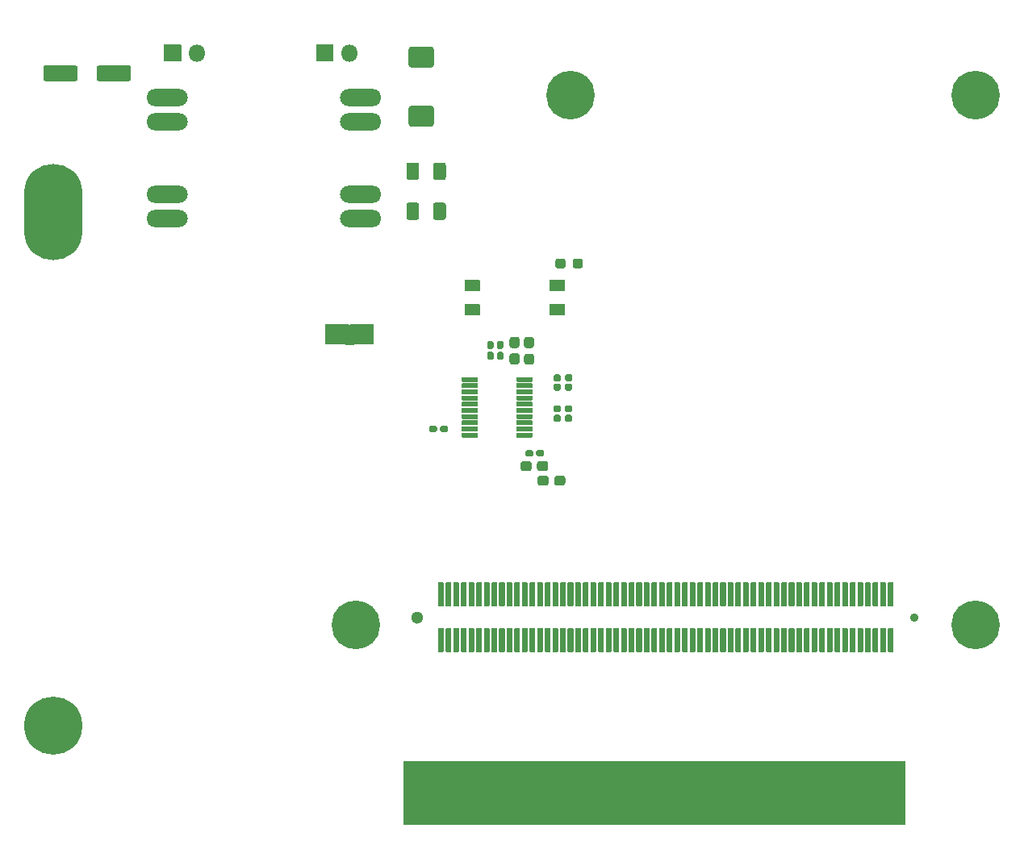
<source format=gts>
%TF.GenerationSoftware,KiCad,Pcbnew,(5.1.9)-1*%
%TF.CreationDate,2021-05-24T00:29:36+08:00*%
%TF.ProjectId,V1,56312e6b-6963-4616-945f-706362585858,rev?*%
%TF.SameCoordinates,Original*%
%TF.FileFunction,Soldermask,Top*%
%TF.FilePolarity,Negative*%
%FSLAX46Y46*%
G04 Gerber Fmt 4.6, Leading zero omitted, Abs format (unit mm)*
G04 Created by KiCad (PCBNEW (5.1.9)-1) date 2021-05-24 00:29:36*
%MOMM*%
%LPD*%
G01*
G04 APERTURE LIST*
%ADD10C,0.100000*%
%ADD11O,6.100000X10.100000*%
%ADD12C,6.100000*%
%ADD13C,5.100000*%
%ADD14C,1.300000*%
%ADD15C,0.900000*%
%ADD16O,1.800000X1.800000*%
%ADD17C,1.800000*%
%ADD18O,4.340000X1.800000*%
G04 APERTURE END LIST*
D10*
G36*
X184800000Y-135000000D02*
G01*
X132250000Y-135000000D01*
X132250000Y-128350000D01*
X184800000Y-128350000D01*
X184800000Y-135000000D01*
G37*
X184800000Y-135000000D02*
X132250000Y-135000000D01*
X132250000Y-128350000D01*
X184800000Y-128350000D01*
X184800000Y-135000000D01*
G36*
X126950000Y-84550000D02*
G01*
X126150000Y-84550000D01*
X126150000Y-82550000D01*
X126950000Y-82550000D01*
X126950000Y-84550000D01*
G37*
X126950000Y-84550000D02*
X126150000Y-84550000D01*
X126150000Y-82550000D01*
X126950000Y-82550000D01*
X126950000Y-84550000D01*
G36*
G01*
X149975000Y-76362500D02*
X149975000Y-75837500D01*
G75*
G02*
X150237500Y-75575000I262500J0D01*
G01*
X150787500Y-75575000D01*
G75*
G02*
X151050000Y-75837500I0J-262500D01*
G01*
X151050000Y-76362500D01*
G75*
G02*
X150787500Y-76625000I-262500J0D01*
G01*
X150237500Y-76625000D01*
G75*
G02*
X149975000Y-76362500I0J262500D01*
G01*
G37*
G36*
G01*
X148150000Y-76362500D02*
X148150000Y-75837500D01*
G75*
G02*
X148412500Y-75575000I262500J0D01*
G01*
X148962500Y-75575000D01*
G75*
G02*
X149225000Y-75837500I0J-262500D01*
G01*
X149225000Y-76362500D01*
G75*
G02*
X148962500Y-76625000I-262500J0D01*
G01*
X148412500Y-76625000D01*
G75*
G02*
X148150000Y-76362500I0J262500D01*
G01*
G37*
G36*
G01*
X138345000Y-88480000D02*
X138345000Y-88070000D01*
G75*
G02*
X138395000Y-88020000I50000J0D01*
G01*
X139965000Y-88020000D01*
G75*
G02*
X140015000Y-88070000I0J-50000D01*
G01*
X140015000Y-88480000D01*
G75*
G02*
X139965000Y-88530000I-50000J0D01*
G01*
X138395000Y-88530000D01*
G75*
G02*
X138345000Y-88480000I0J50000D01*
G01*
G37*
G36*
G01*
X138345000Y-89130000D02*
X138345000Y-88720000D01*
G75*
G02*
X138395000Y-88670000I50000J0D01*
G01*
X139965000Y-88670000D01*
G75*
G02*
X140015000Y-88720000I0J-50000D01*
G01*
X140015000Y-89130000D01*
G75*
G02*
X139965000Y-89180000I-50000J0D01*
G01*
X138395000Y-89180000D01*
G75*
G02*
X138345000Y-89130000I0J50000D01*
G01*
G37*
G36*
G01*
X138345000Y-89780000D02*
X138345000Y-89370000D01*
G75*
G02*
X138395000Y-89320000I50000J0D01*
G01*
X139965000Y-89320000D01*
G75*
G02*
X140015000Y-89370000I0J-50000D01*
G01*
X140015000Y-89780000D01*
G75*
G02*
X139965000Y-89830000I-50000J0D01*
G01*
X138395000Y-89830000D01*
G75*
G02*
X138345000Y-89780000I0J50000D01*
G01*
G37*
G36*
G01*
X138345000Y-90430000D02*
X138345000Y-90020000D01*
G75*
G02*
X138395000Y-89970000I50000J0D01*
G01*
X139965000Y-89970000D01*
G75*
G02*
X140015000Y-90020000I0J-50000D01*
G01*
X140015000Y-90430000D01*
G75*
G02*
X139965000Y-90480000I-50000J0D01*
G01*
X138395000Y-90480000D01*
G75*
G02*
X138345000Y-90430000I0J50000D01*
G01*
G37*
G36*
G01*
X138345000Y-91080000D02*
X138345000Y-90670000D01*
G75*
G02*
X138395000Y-90620000I50000J0D01*
G01*
X139965000Y-90620000D01*
G75*
G02*
X140015000Y-90670000I0J-50000D01*
G01*
X140015000Y-91080000D01*
G75*
G02*
X139965000Y-91130000I-50000J0D01*
G01*
X138395000Y-91130000D01*
G75*
G02*
X138345000Y-91080000I0J50000D01*
G01*
G37*
G36*
G01*
X138345000Y-91730000D02*
X138345000Y-91320000D01*
G75*
G02*
X138395000Y-91270000I50000J0D01*
G01*
X139965000Y-91270000D01*
G75*
G02*
X140015000Y-91320000I0J-50000D01*
G01*
X140015000Y-91730000D01*
G75*
G02*
X139965000Y-91780000I-50000J0D01*
G01*
X138395000Y-91780000D01*
G75*
G02*
X138345000Y-91730000I0J50000D01*
G01*
G37*
G36*
G01*
X138345000Y-92380000D02*
X138345000Y-91970000D01*
G75*
G02*
X138395000Y-91920000I50000J0D01*
G01*
X139965000Y-91920000D01*
G75*
G02*
X140015000Y-91970000I0J-50000D01*
G01*
X140015000Y-92380000D01*
G75*
G02*
X139965000Y-92430000I-50000J0D01*
G01*
X138395000Y-92430000D01*
G75*
G02*
X138345000Y-92380000I0J50000D01*
G01*
G37*
G36*
G01*
X138345000Y-93030000D02*
X138345000Y-92620000D01*
G75*
G02*
X138395000Y-92570000I50000J0D01*
G01*
X139965000Y-92570000D01*
G75*
G02*
X140015000Y-92620000I0J-50000D01*
G01*
X140015000Y-93030000D01*
G75*
G02*
X139965000Y-93080000I-50000J0D01*
G01*
X138395000Y-93080000D01*
G75*
G02*
X138345000Y-93030000I0J50000D01*
G01*
G37*
G36*
G01*
X138345000Y-93680000D02*
X138345000Y-93270000D01*
G75*
G02*
X138395000Y-93220000I50000J0D01*
G01*
X139965000Y-93220000D01*
G75*
G02*
X140015000Y-93270000I0J-50000D01*
G01*
X140015000Y-93680000D01*
G75*
G02*
X139965000Y-93730000I-50000J0D01*
G01*
X138395000Y-93730000D01*
G75*
G02*
X138345000Y-93680000I0J50000D01*
G01*
G37*
G36*
G01*
X138345000Y-94330000D02*
X138345000Y-93920000D01*
G75*
G02*
X138395000Y-93870000I50000J0D01*
G01*
X139965000Y-93870000D01*
G75*
G02*
X140015000Y-93920000I0J-50000D01*
G01*
X140015000Y-94330000D01*
G75*
G02*
X139965000Y-94380000I-50000J0D01*
G01*
X138395000Y-94380000D01*
G75*
G02*
X138345000Y-94330000I0J50000D01*
G01*
G37*
G36*
G01*
X144085000Y-94330000D02*
X144085000Y-93920000D01*
G75*
G02*
X144135000Y-93870000I50000J0D01*
G01*
X145705000Y-93870000D01*
G75*
G02*
X145755000Y-93920000I0J-50000D01*
G01*
X145755000Y-94330000D01*
G75*
G02*
X145705000Y-94380000I-50000J0D01*
G01*
X144135000Y-94380000D01*
G75*
G02*
X144085000Y-94330000I0J50000D01*
G01*
G37*
G36*
G01*
X144085000Y-93680000D02*
X144085000Y-93270000D01*
G75*
G02*
X144135000Y-93220000I50000J0D01*
G01*
X145705000Y-93220000D01*
G75*
G02*
X145755000Y-93270000I0J-50000D01*
G01*
X145755000Y-93680000D01*
G75*
G02*
X145705000Y-93730000I-50000J0D01*
G01*
X144135000Y-93730000D01*
G75*
G02*
X144085000Y-93680000I0J50000D01*
G01*
G37*
G36*
G01*
X144085000Y-93030000D02*
X144085000Y-92620000D01*
G75*
G02*
X144135000Y-92570000I50000J0D01*
G01*
X145705000Y-92570000D01*
G75*
G02*
X145755000Y-92620000I0J-50000D01*
G01*
X145755000Y-93030000D01*
G75*
G02*
X145705000Y-93080000I-50000J0D01*
G01*
X144135000Y-93080000D01*
G75*
G02*
X144085000Y-93030000I0J50000D01*
G01*
G37*
G36*
G01*
X144085000Y-92380000D02*
X144085000Y-91970000D01*
G75*
G02*
X144135000Y-91920000I50000J0D01*
G01*
X145705000Y-91920000D01*
G75*
G02*
X145755000Y-91970000I0J-50000D01*
G01*
X145755000Y-92380000D01*
G75*
G02*
X145705000Y-92430000I-50000J0D01*
G01*
X144135000Y-92430000D01*
G75*
G02*
X144085000Y-92380000I0J50000D01*
G01*
G37*
G36*
G01*
X144085000Y-91730000D02*
X144085000Y-91320000D01*
G75*
G02*
X144135000Y-91270000I50000J0D01*
G01*
X145705000Y-91270000D01*
G75*
G02*
X145755000Y-91320000I0J-50000D01*
G01*
X145755000Y-91730000D01*
G75*
G02*
X145705000Y-91780000I-50000J0D01*
G01*
X144135000Y-91780000D01*
G75*
G02*
X144085000Y-91730000I0J50000D01*
G01*
G37*
G36*
G01*
X144085000Y-91080000D02*
X144085000Y-90670000D01*
G75*
G02*
X144135000Y-90620000I50000J0D01*
G01*
X145705000Y-90620000D01*
G75*
G02*
X145755000Y-90670000I0J-50000D01*
G01*
X145755000Y-91080000D01*
G75*
G02*
X145705000Y-91130000I-50000J0D01*
G01*
X144135000Y-91130000D01*
G75*
G02*
X144085000Y-91080000I0J50000D01*
G01*
G37*
G36*
G01*
X144085000Y-90430000D02*
X144085000Y-90020000D01*
G75*
G02*
X144135000Y-89970000I50000J0D01*
G01*
X145705000Y-89970000D01*
G75*
G02*
X145755000Y-90020000I0J-50000D01*
G01*
X145755000Y-90430000D01*
G75*
G02*
X145705000Y-90480000I-50000J0D01*
G01*
X144135000Y-90480000D01*
G75*
G02*
X144085000Y-90430000I0J50000D01*
G01*
G37*
G36*
G01*
X144085000Y-89780000D02*
X144085000Y-89370000D01*
G75*
G02*
X144135000Y-89320000I50000J0D01*
G01*
X145705000Y-89320000D01*
G75*
G02*
X145755000Y-89370000I0J-50000D01*
G01*
X145755000Y-89780000D01*
G75*
G02*
X145705000Y-89830000I-50000J0D01*
G01*
X144135000Y-89830000D01*
G75*
G02*
X144085000Y-89780000I0J50000D01*
G01*
G37*
G36*
G01*
X144085000Y-89130000D02*
X144085000Y-88720000D01*
G75*
G02*
X144135000Y-88670000I50000J0D01*
G01*
X145705000Y-88670000D01*
G75*
G02*
X145755000Y-88720000I0J-50000D01*
G01*
X145755000Y-89130000D01*
G75*
G02*
X145705000Y-89180000I-50000J0D01*
G01*
X144135000Y-89180000D01*
G75*
G02*
X144085000Y-89130000I0J50000D01*
G01*
G37*
G36*
G01*
X144085000Y-88480000D02*
X144085000Y-88070000D01*
G75*
G02*
X144135000Y-88020000I50000J0D01*
G01*
X145705000Y-88020000D01*
G75*
G02*
X145755000Y-88070000I0J-50000D01*
G01*
X145755000Y-88480000D01*
G75*
G02*
X145705000Y-88530000I-50000J0D01*
G01*
X144135000Y-88530000D01*
G75*
G02*
X144085000Y-88480000I0J50000D01*
G01*
G37*
G36*
G01*
X138700000Y-80370000D02*
X140200000Y-80370000D01*
G75*
G02*
X140250000Y-80420000I0J-50000D01*
G01*
X140250000Y-81520000D01*
G75*
G02*
X140200000Y-81570000I-50000J0D01*
G01*
X138700000Y-81570000D01*
G75*
G02*
X138650000Y-81520000I0J50000D01*
G01*
X138650000Y-80420000D01*
G75*
G02*
X138700000Y-80370000I50000J0D01*
G01*
G37*
G36*
G01*
X147600000Y-80370000D02*
X149100000Y-80370000D01*
G75*
G02*
X149150000Y-80420000I0J-50000D01*
G01*
X149150000Y-81520000D01*
G75*
G02*
X149100000Y-81570000I-50000J0D01*
G01*
X147600000Y-81570000D01*
G75*
G02*
X147550000Y-81520000I0J50000D01*
G01*
X147550000Y-80420000D01*
G75*
G02*
X147600000Y-80370000I50000J0D01*
G01*
G37*
G36*
G01*
X138700000Y-77830000D02*
X140200000Y-77830000D01*
G75*
G02*
X140250000Y-77880000I0J-50000D01*
G01*
X140250000Y-78980000D01*
G75*
G02*
X140200000Y-79030000I-50000J0D01*
G01*
X138700000Y-79030000D01*
G75*
G02*
X138650000Y-78980000I0J50000D01*
G01*
X138650000Y-77880000D01*
G75*
G02*
X138700000Y-77830000I50000J0D01*
G01*
G37*
G36*
G01*
X147600000Y-77830000D02*
X149100000Y-77830000D01*
G75*
G02*
X149150000Y-77880000I0J-50000D01*
G01*
X149150000Y-78980000D01*
G75*
G02*
X149100000Y-79030000I-50000J0D01*
G01*
X147600000Y-79030000D01*
G75*
G02*
X147550000Y-78980000I0J50000D01*
G01*
X147550000Y-77880000D01*
G75*
G02*
X147600000Y-77830000I50000J0D01*
G01*
G37*
G36*
G01*
X148760000Y-92165000D02*
X148760000Y-92535000D01*
G75*
G02*
X148575000Y-92720000I-185000J0D01*
G01*
X148130000Y-92720000D01*
G75*
G02*
X147945000Y-92535000I0J185000D01*
G01*
X147945000Y-92165000D01*
G75*
G02*
X148130000Y-91980000I185000J0D01*
G01*
X148575000Y-91980000D01*
G75*
G02*
X148760000Y-92165000I0J-185000D01*
G01*
G37*
G36*
G01*
X149955000Y-92165000D02*
X149955000Y-92535000D01*
G75*
G02*
X149770000Y-92720000I-185000J0D01*
G01*
X149325000Y-92720000D01*
G75*
G02*
X149140000Y-92535000I0J185000D01*
G01*
X149140000Y-92165000D01*
G75*
G02*
X149325000Y-91980000I185000J0D01*
G01*
X149770000Y-91980000D01*
G75*
G02*
X149955000Y-92165000I0J-185000D01*
G01*
G37*
G36*
G01*
X148760000Y-91165000D02*
X148760000Y-91535000D01*
G75*
G02*
X148575000Y-91720000I-185000J0D01*
G01*
X148130000Y-91720000D01*
G75*
G02*
X147945000Y-91535000I0J185000D01*
G01*
X147945000Y-91165000D01*
G75*
G02*
X148130000Y-90980000I185000J0D01*
G01*
X148575000Y-90980000D01*
G75*
G02*
X148760000Y-91165000I0J-185000D01*
G01*
G37*
G36*
G01*
X149955000Y-91165000D02*
X149955000Y-91535000D01*
G75*
G02*
X149770000Y-91720000I-185000J0D01*
G01*
X149325000Y-91720000D01*
G75*
G02*
X149140000Y-91535000I0J185000D01*
G01*
X149140000Y-91165000D01*
G75*
G02*
X149325000Y-90980000I185000J0D01*
G01*
X149770000Y-90980000D01*
G75*
G02*
X149955000Y-91165000I0J-185000D01*
G01*
G37*
G36*
G01*
X148760000Y-88915000D02*
X148760000Y-89285000D01*
G75*
G02*
X148575000Y-89470000I-185000J0D01*
G01*
X148130000Y-89470000D01*
G75*
G02*
X147945000Y-89285000I0J185000D01*
G01*
X147945000Y-88915000D01*
G75*
G02*
X148130000Y-88730000I185000J0D01*
G01*
X148575000Y-88730000D01*
G75*
G02*
X148760000Y-88915000I0J-185000D01*
G01*
G37*
G36*
G01*
X149955000Y-88915000D02*
X149955000Y-89285000D01*
G75*
G02*
X149770000Y-89470000I-185000J0D01*
G01*
X149325000Y-89470000D01*
G75*
G02*
X149140000Y-89285000I0J185000D01*
G01*
X149140000Y-88915000D01*
G75*
G02*
X149325000Y-88730000I185000J0D01*
G01*
X149770000Y-88730000D01*
G75*
G02*
X149955000Y-88915000I0J-185000D01*
G01*
G37*
G36*
G01*
X148760000Y-87915000D02*
X148760000Y-88285000D01*
G75*
G02*
X148575000Y-88470000I-185000J0D01*
G01*
X148130000Y-88470000D01*
G75*
G02*
X147945000Y-88285000I0J185000D01*
G01*
X147945000Y-87915000D01*
G75*
G02*
X148130000Y-87730000I185000J0D01*
G01*
X148575000Y-87730000D01*
G75*
G02*
X148760000Y-87915000I0J-185000D01*
G01*
G37*
G36*
G01*
X149955000Y-87915000D02*
X149955000Y-88285000D01*
G75*
G02*
X149770000Y-88470000I-185000J0D01*
G01*
X149325000Y-88470000D01*
G75*
G02*
X149140000Y-88285000I0J185000D01*
G01*
X149140000Y-87915000D01*
G75*
G02*
X149325000Y-87730000I185000J0D01*
G01*
X149770000Y-87730000D01*
G75*
G02*
X149955000Y-87915000I0J-185000D01*
G01*
G37*
G36*
G01*
X148050000Y-99162500D02*
X148050000Y-98637500D01*
G75*
G02*
X148312500Y-98375000I262500J0D01*
G01*
X148937500Y-98375000D01*
G75*
G02*
X149200000Y-98637500I0J-262500D01*
G01*
X149200000Y-99162500D01*
G75*
G02*
X148937500Y-99425000I-262500J0D01*
G01*
X148312500Y-99425000D01*
G75*
G02*
X148050000Y-99162500I0J262500D01*
G01*
G37*
G36*
G01*
X146300000Y-99162500D02*
X146300000Y-98637500D01*
G75*
G02*
X146562500Y-98375000I262500J0D01*
G01*
X147187500Y-98375000D01*
G75*
G02*
X147450000Y-98637500I0J-262500D01*
G01*
X147450000Y-99162500D01*
G75*
G02*
X147187500Y-99425000I-262500J0D01*
G01*
X146562500Y-99425000D01*
G75*
G02*
X146300000Y-99162500I0J262500D01*
G01*
G37*
G36*
G01*
X145662500Y-84975000D02*
X145137500Y-84975000D01*
G75*
G02*
X144875000Y-84712500I0J262500D01*
G01*
X144875000Y-84087500D01*
G75*
G02*
X145137500Y-83825000I262500J0D01*
G01*
X145662500Y-83825000D01*
G75*
G02*
X145925000Y-84087500I0J-262500D01*
G01*
X145925000Y-84712500D01*
G75*
G02*
X145662500Y-84975000I-262500J0D01*
G01*
G37*
G36*
G01*
X145662500Y-86725000D02*
X145137500Y-86725000D01*
G75*
G02*
X144875000Y-86462500I0J262500D01*
G01*
X144875000Y-85837500D01*
G75*
G02*
X145137500Y-85575000I262500J0D01*
G01*
X145662500Y-85575000D01*
G75*
G02*
X145925000Y-85837500I0J-262500D01*
G01*
X145925000Y-86462500D01*
G75*
G02*
X145662500Y-86725000I-262500J0D01*
G01*
G37*
G36*
G01*
X147250000Y-132700000D02*
X147250000Y-128400000D01*
G75*
G02*
X147300000Y-128350000I50000J0D01*
G01*
X148000000Y-128350000D01*
G75*
G02*
X148050000Y-128400000I0J-50000D01*
G01*
X148050000Y-132700000D01*
G75*
G02*
X148000000Y-132750000I-50000J0D01*
G01*
X147300000Y-132750000D01*
G75*
G02*
X147250000Y-132700000I0J50000D01*
G01*
G37*
G36*
G01*
X146250000Y-132700000D02*
X146250000Y-128400000D01*
G75*
G02*
X146300000Y-128350000I50000J0D01*
G01*
X147000000Y-128350000D01*
G75*
G02*
X147050000Y-128400000I0J-50000D01*
G01*
X147050000Y-132700000D01*
G75*
G02*
X147000000Y-132750000I-50000J0D01*
G01*
X146300000Y-132750000D01*
G75*
G02*
X146250000Y-132700000I0J50000D01*
G01*
G37*
G36*
G01*
X152250000Y-132700000D02*
X152250000Y-128400000D01*
G75*
G02*
X152300000Y-128350000I50000J0D01*
G01*
X153000000Y-128350000D01*
G75*
G02*
X153050000Y-128400000I0J-50000D01*
G01*
X153050000Y-132700000D01*
G75*
G02*
X153000000Y-132750000I-50000J0D01*
G01*
X152300000Y-132750000D01*
G75*
G02*
X152250000Y-132700000I0J50000D01*
G01*
G37*
G36*
G01*
X151250000Y-132700000D02*
X151250000Y-128400000D01*
G75*
G02*
X151300000Y-128350000I50000J0D01*
G01*
X152000000Y-128350000D01*
G75*
G02*
X152050000Y-128400000I0J-50000D01*
G01*
X152050000Y-132700000D01*
G75*
G02*
X152000000Y-132750000I-50000J0D01*
G01*
X151300000Y-132750000D01*
G75*
G02*
X151250000Y-132700000I0J50000D01*
G01*
G37*
G36*
G01*
X150250000Y-132700000D02*
X150250000Y-128400000D01*
G75*
G02*
X150300000Y-128350000I50000J0D01*
G01*
X151000000Y-128350000D01*
G75*
G02*
X151050000Y-128400000I0J-50000D01*
G01*
X151050000Y-132700000D01*
G75*
G02*
X151000000Y-132750000I-50000J0D01*
G01*
X150300000Y-132750000D01*
G75*
G02*
X150250000Y-132700000I0J50000D01*
G01*
G37*
G36*
G01*
X149250000Y-132700000D02*
X149250000Y-128400000D01*
G75*
G02*
X149300000Y-128350000I50000J0D01*
G01*
X150000000Y-128350000D01*
G75*
G02*
X150050000Y-128400000I0J-50000D01*
G01*
X150050000Y-132700000D01*
G75*
G02*
X150000000Y-132750000I-50000J0D01*
G01*
X149300000Y-132750000D01*
G75*
G02*
X149250000Y-132700000I0J50000D01*
G01*
G37*
G36*
G01*
X148250000Y-132700000D02*
X148250000Y-128400000D01*
G75*
G02*
X148300000Y-128350000I50000J0D01*
G01*
X149000000Y-128350000D01*
G75*
G02*
X149050000Y-128400000I0J-50000D01*
G01*
X149050000Y-132700000D01*
G75*
G02*
X149000000Y-132750000I-50000J0D01*
G01*
X148300000Y-132750000D01*
G75*
G02*
X148250000Y-132700000I0J50000D01*
G01*
G37*
G36*
G01*
X143250000Y-132700000D02*
X143250000Y-128400000D01*
G75*
G02*
X143300000Y-128350000I50000J0D01*
G01*
X144000000Y-128350000D01*
G75*
G02*
X144050000Y-128400000I0J-50000D01*
G01*
X144050000Y-132700000D01*
G75*
G02*
X144000000Y-132750000I-50000J0D01*
G01*
X143300000Y-132750000D01*
G75*
G02*
X143250000Y-132700000I0J50000D01*
G01*
G37*
G36*
G01*
X142250000Y-132700000D02*
X142250000Y-128400000D01*
G75*
G02*
X142300000Y-128350000I50000J0D01*
G01*
X143000000Y-128350000D01*
G75*
G02*
X143050000Y-128400000I0J-50000D01*
G01*
X143050000Y-132700000D01*
G75*
G02*
X143000000Y-132750000I-50000J0D01*
G01*
X142300000Y-132750000D01*
G75*
G02*
X142250000Y-132700000I0J50000D01*
G01*
G37*
G36*
G01*
X141250000Y-132700000D02*
X141250000Y-128400000D01*
G75*
G02*
X141300000Y-128350000I50000J0D01*
G01*
X142000000Y-128350000D01*
G75*
G02*
X142050000Y-128400000I0J-50000D01*
G01*
X142050000Y-132700000D01*
G75*
G02*
X142000000Y-132750000I-50000J0D01*
G01*
X141300000Y-132750000D01*
G75*
G02*
X141250000Y-132700000I0J50000D01*
G01*
G37*
G36*
G01*
X140250000Y-132700000D02*
X140250000Y-128400000D01*
G75*
G02*
X140300000Y-128350000I50000J0D01*
G01*
X141000000Y-128350000D01*
G75*
G02*
X141050000Y-128400000I0J-50000D01*
G01*
X141050000Y-132700000D01*
G75*
G02*
X141000000Y-132750000I-50000J0D01*
G01*
X140300000Y-132750000D01*
G75*
G02*
X140250000Y-132700000I0J50000D01*
G01*
G37*
G36*
G01*
X139250000Y-132700000D02*
X139250000Y-128400000D01*
G75*
G02*
X139300000Y-128350000I50000J0D01*
G01*
X140000000Y-128350000D01*
G75*
G02*
X140050000Y-128400000I0J-50000D01*
G01*
X140050000Y-132700000D01*
G75*
G02*
X140000000Y-132750000I-50000J0D01*
G01*
X139300000Y-132750000D01*
G75*
G02*
X139250000Y-132700000I0J50000D01*
G01*
G37*
G36*
G01*
X138250000Y-132700000D02*
X138250000Y-128400000D01*
G75*
G02*
X138300000Y-128350000I50000J0D01*
G01*
X139000000Y-128350000D01*
G75*
G02*
X139050000Y-128400000I0J-50000D01*
G01*
X139050000Y-132700000D01*
G75*
G02*
X139000000Y-132750000I-50000J0D01*
G01*
X138300000Y-132750000D01*
G75*
G02*
X138250000Y-132700000I0J50000D01*
G01*
G37*
G36*
G01*
X137250000Y-132700000D02*
X137250000Y-128400000D01*
G75*
G02*
X137300000Y-128350000I50000J0D01*
G01*
X138000000Y-128350000D01*
G75*
G02*
X138050000Y-128400000I0J-50000D01*
G01*
X138050000Y-132700000D01*
G75*
G02*
X138000000Y-132750000I-50000J0D01*
G01*
X137300000Y-132750000D01*
G75*
G02*
X137250000Y-132700000I0J50000D01*
G01*
G37*
G36*
G01*
X136250000Y-132700000D02*
X136250000Y-128400000D01*
G75*
G02*
X136300000Y-128350000I50000J0D01*
G01*
X137000000Y-128350000D01*
G75*
G02*
X137050000Y-128400000I0J-50000D01*
G01*
X137050000Y-132700000D01*
G75*
G02*
X137000000Y-132750000I-50000J0D01*
G01*
X136300000Y-132750000D01*
G75*
G02*
X136250000Y-132700000I0J50000D01*
G01*
G37*
G36*
G01*
X135250000Y-132700000D02*
X135250000Y-128400000D01*
G75*
G02*
X135300000Y-128350000I50000J0D01*
G01*
X136000000Y-128350000D01*
G75*
G02*
X136050000Y-128400000I0J-50000D01*
G01*
X136050000Y-132700000D01*
G75*
G02*
X136000000Y-132750000I-50000J0D01*
G01*
X135300000Y-132750000D01*
G75*
G02*
X135250000Y-132700000I0J50000D01*
G01*
G37*
G36*
G01*
X134250000Y-132700000D02*
X134250000Y-128400000D01*
G75*
G02*
X134300000Y-128350000I50000J0D01*
G01*
X135000000Y-128350000D01*
G75*
G02*
X135050000Y-128400000I0J-50000D01*
G01*
X135050000Y-132700000D01*
G75*
G02*
X135000000Y-132750000I-50000J0D01*
G01*
X134300000Y-132750000D01*
G75*
G02*
X134250000Y-132700000I0J50000D01*
G01*
G37*
G36*
G01*
X133250000Y-132700000D02*
X133250000Y-128400000D01*
G75*
G02*
X133300000Y-128350000I50000J0D01*
G01*
X134000000Y-128350000D01*
G75*
G02*
X134050000Y-128400000I0J-50000D01*
G01*
X134050000Y-132700000D01*
G75*
G02*
X134000000Y-132750000I-50000J0D01*
G01*
X133300000Y-132750000D01*
G75*
G02*
X133250000Y-132700000I0J50000D01*
G01*
G37*
G36*
G01*
X153250000Y-132700000D02*
X153250000Y-128400000D01*
G75*
G02*
X153300000Y-128350000I50000J0D01*
G01*
X154000000Y-128350000D01*
G75*
G02*
X154050000Y-128400000I0J-50000D01*
G01*
X154050000Y-132700000D01*
G75*
G02*
X154000000Y-132750000I-50000J0D01*
G01*
X153300000Y-132750000D01*
G75*
G02*
X153250000Y-132700000I0J50000D01*
G01*
G37*
G36*
G01*
X154250000Y-132700000D02*
X154250000Y-128400000D01*
G75*
G02*
X154300000Y-128350000I50000J0D01*
G01*
X155000000Y-128350000D01*
G75*
G02*
X155050000Y-128400000I0J-50000D01*
G01*
X155050000Y-132700000D01*
G75*
G02*
X155000000Y-132750000I-50000J0D01*
G01*
X154300000Y-132750000D01*
G75*
G02*
X154250000Y-132700000I0J50000D01*
G01*
G37*
G36*
G01*
X155250000Y-132700000D02*
X155250000Y-128400000D01*
G75*
G02*
X155300000Y-128350000I50000J0D01*
G01*
X156000000Y-128350000D01*
G75*
G02*
X156050000Y-128400000I0J-50000D01*
G01*
X156050000Y-132700000D01*
G75*
G02*
X156000000Y-132750000I-50000J0D01*
G01*
X155300000Y-132750000D01*
G75*
G02*
X155250000Y-132700000I0J50000D01*
G01*
G37*
G36*
G01*
X156250000Y-132700000D02*
X156250000Y-128400000D01*
G75*
G02*
X156300000Y-128350000I50000J0D01*
G01*
X157000000Y-128350000D01*
G75*
G02*
X157050000Y-128400000I0J-50000D01*
G01*
X157050000Y-132700000D01*
G75*
G02*
X157000000Y-132750000I-50000J0D01*
G01*
X156300000Y-132750000D01*
G75*
G02*
X156250000Y-132700000I0J50000D01*
G01*
G37*
G36*
G01*
X157250000Y-132700000D02*
X157250000Y-128400000D01*
G75*
G02*
X157300000Y-128350000I50000J0D01*
G01*
X158000000Y-128350000D01*
G75*
G02*
X158050000Y-128400000I0J-50000D01*
G01*
X158050000Y-132700000D01*
G75*
G02*
X158000000Y-132750000I-50000J0D01*
G01*
X157300000Y-132750000D01*
G75*
G02*
X157250000Y-132700000I0J50000D01*
G01*
G37*
G36*
G01*
X158250000Y-132700000D02*
X158250000Y-128400000D01*
G75*
G02*
X158300000Y-128350000I50000J0D01*
G01*
X159000000Y-128350000D01*
G75*
G02*
X159050000Y-128400000I0J-50000D01*
G01*
X159050000Y-132700000D01*
G75*
G02*
X159000000Y-132750000I-50000J0D01*
G01*
X158300000Y-132750000D01*
G75*
G02*
X158250000Y-132700000I0J50000D01*
G01*
G37*
G36*
G01*
X159250000Y-132700000D02*
X159250000Y-128400000D01*
G75*
G02*
X159300000Y-128350000I50000J0D01*
G01*
X160000000Y-128350000D01*
G75*
G02*
X160050000Y-128400000I0J-50000D01*
G01*
X160050000Y-132700000D01*
G75*
G02*
X160000000Y-132750000I-50000J0D01*
G01*
X159300000Y-132750000D01*
G75*
G02*
X159250000Y-132700000I0J50000D01*
G01*
G37*
G36*
G01*
X160250000Y-132700000D02*
X160250000Y-128400000D01*
G75*
G02*
X160300000Y-128350000I50000J0D01*
G01*
X161000000Y-128350000D01*
G75*
G02*
X161050000Y-128400000I0J-50000D01*
G01*
X161050000Y-132700000D01*
G75*
G02*
X161000000Y-132750000I-50000J0D01*
G01*
X160300000Y-132750000D01*
G75*
G02*
X160250000Y-132700000I0J50000D01*
G01*
G37*
G36*
G01*
X161250000Y-132700000D02*
X161250000Y-128400000D01*
G75*
G02*
X161300000Y-128350000I50000J0D01*
G01*
X162000000Y-128350000D01*
G75*
G02*
X162050000Y-128400000I0J-50000D01*
G01*
X162050000Y-132700000D01*
G75*
G02*
X162000000Y-132750000I-50000J0D01*
G01*
X161300000Y-132750000D01*
G75*
G02*
X161250000Y-132700000I0J50000D01*
G01*
G37*
G36*
G01*
X162250000Y-132700000D02*
X162250000Y-128400000D01*
G75*
G02*
X162300000Y-128350000I50000J0D01*
G01*
X163000000Y-128350000D01*
G75*
G02*
X163050000Y-128400000I0J-50000D01*
G01*
X163050000Y-132700000D01*
G75*
G02*
X163000000Y-132750000I-50000J0D01*
G01*
X162300000Y-132750000D01*
G75*
G02*
X162250000Y-132700000I0J50000D01*
G01*
G37*
G36*
G01*
X163250000Y-132700000D02*
X163250000Y-128400000D01*
G75*
G02*
X163300000Y-128350000I50000J0D01*
G01*
X164000000Y-128350000D01*
G75*
G02*
X164050000Y-128400000I0J-50000D01*
G01*
X164050000Y-132700000D01*
G75*
G02*
X164000000Y-132750000I-50000J0D01*
G01*
X163300000Y-132750000D01*
G75*
G02*
X163250000Y-132700000I0J50000D01*
G01*
G37*
G36*
G01*
X164250000Y-132700000D02*
X164250000Y-128400000D01*
G75*
G02*
X164300000Y-128350000I50000J0D01*
G01*
X165000000Y-128350000D01*
G75*
G02*
X165050000Y-128400000I0J-50000D01*
G01*
X165050000Y-132700000D01*
G75*
G02*
X165000000Y-132750000I-50000J0D01*
G01*
X164300000Y-132750000D01*
G75*
G02*
X164250000Y-132700000I0J50000D01*
G01*
G37*
G36*
G01*
X165250000Y-132700000D02*
X165250000Y-128400000D01*
G75*
G02*
X165300000Y-128350000I50000J0D01*
G01*
X166000000Y-128350000D01*
G75*
G02*
X166050000Y-128400000I0J-50000D01*
G01*
X166050000Y-132700000D01*
G75*
G02*
X166000000Y-132750000I-50000J0D01*
G01*
X165300000Y-132750000D01*
G75*
G02*
X165250000Y-132700000I0J50000D01*
G01*
G37*
G36*
G01*
X166250000Y-132700000D02*
X166250000Y-128400000D01*
G75*
G02*
X166300000Y-128350000I50000J0D01*
G01*
X167000000Y-128350000D01*
G75*
G02*
X167050000Y-128400000I0J-50000D01*
G01*
X167050000Y-132700000D01*
G75*
G02*
X167000000Y-132750000I-50000J0D01*
G01*
X166300000Y-132750000D01*
G75*
G02*
X166250000Y-132700000I0J50000D01*
G01*
G37*
G36*
G01*
X167250000Y-132700000D02*
X167250000Y-128400000D01*
G75*
G02*
X167300000Y-128350000I50000J0D01*
G01*
X168000000Y-128350000D01*
G75*
G02*
X168050000Y-128400000I0J-50000D01*
G01*
X168050000Y-132700000D01*
G75*
G02*
X168000000Y-132750000I-50000J0D01*
G01*
X167300000Y-132750000D01*
G75*
G02*
X167250000Y-132700000I0J50000D01*
G01*
G37*
G36*
G01*
X168250000Y-132700000D02*
X168250000Y-128400000D01*
G75*
G02*
X168300000Y-128350000I50000J0D01*
G01*
X169000000Y-128350000D01*
G75*
G02*
X169050000Y-128400000I0J-50000D01*
G01*
X169050000Y-132700000D01*
G75*
G02*
X169000000Y-132750000I-50000J0D01*
G01*
X168300000Y-132750000D01*
G75*
G02*
X168250000Y-132700000I0J50000D01*
G01*
G37*
G36*
G01*
X169250000Y-132700000D02*
X169250000Y-128400000D01*
G75*
G02*
X169300000Y-128350000I50000J0D01*
G01*
X170000000Y-128350000D01*
G75*
G02*
X170050000Y-128400000I0J-50000D01*
G01*
X170050000Y-132700000D01*
G75*
G02*
X170000000Y-132750000I-50000J0D01*
G01*
X169300000Y-132750000D01*
G75*
G02*
X169250000Y-132700000I0J50000D01*
G01*
G37*
G36*
G01*
X170250000Y-132700000D02*
X170250000Y-128400000D01*
G75*
G02*
X170300000Y-128350000I50000J0D01*
G01*
X171000000Y-128350000D01*
G75*
G02*
X171050000Y-128400000I0J-50000D01*
G01*
X171050000Y-132700000D01*
G75*
G02*
X171000000Y-132750000I-50000J0D01*
G01*
X170300000Y-132750000D01*
G75*
G02*
X170250000Y-132700000I0J50000D01*
G01*
G37*
G36*
G01*
X171250000Y-132700000D02*
X171250000Y-128400000D01*
G75*
G02*
X171300000Y-128350000I50000J0D01*
G01*
X172000000Y-128350000D01*
G75*
G02*
X172050000Y-128400000I0J-50000D01*
G01*
X172050000Y-132700000D01*
G75*
G02*
X172000000Y-132750000I-50000J0D01*
G01*
X171300000Y-132750000D01*
G75*
G02*
X171250000Y-132700000I0J50000D01*
G01*
G37*
G36*
G01*
X172250000Y-132700000D02*
X172250000Y-128400000D01*
G75*
G02*
X172300000Y-128350000I50000J0D01*
G01*
X173000000Y-128350000D01*
G75*
G02*
X173050000Y-128400000I0J-50000D01*
G01*
X173050000Y-132700000D01*
G75*
G02*
X173000000Y-132750000I-50000J0D01*
G01*
X172300000Y-132750000D01*
G75*
G02*
X172250000Y-132700000I0J50000D01*
G01*
G37*
G36*
G01*
X173250000Y-132700000D02*
X173250000Y-128400000D01*
G75*
G02*
X173300000Y-128350000I50000J0D01*
G01*
X174000000Y-128350000D01*
G75*
G02*
X174050000Y-128400000I0J-50000D01*
G01*
X174050000Y-132700000D01*
G75*
G02*
X174000000Y-132750000I-50000J0D01*
G01*
X173300000Y-132750000D01*
G75*
G02*
X173250000Y-132700000I0J50000D01*
G01*
G37*
G36*
G01*
X174250000Y-132700000D02*
X174250000Y-128400000D01*
G75*
G02*
X174300000Y-128350000I50000J0D01*
G01*
X175000000Y-128350000D01*
G75*
G02*
X175050000Y-128400000I0J-50000D01*
G01*
X175050000Y-132700000D01*
G75*
G02*
X175000000Y-132750000I-50000J0D01*
G01*
X174300000Y-132750000D01*
G75*
G02*
X174250000Y-132700000I0J50000D01*
G01*
G37*
G36*
G01*
X175250000Y-132700000D02*
X175250000Y-128400000D01*
G75*
G02*
X175300000Y-128350000I50000J0D01*
G01*
X176000000Y-128350000D01*
G75*
G02*
X176050000Y-128400000I0J-50000D01*
G01*
X176050000Y-132700000D01*
G75*
G02*
X176000000Y-132750000I-50000J0D01*
G01*
X175300000Y-132750000D01*
G75*
G02*
X175250000Y-132700000I0J50000D01*
G01*
G37*
G36*
G01*
X176250000Y-132700000D02*
X176250000Y-128400000D01*
G75*
G02*
X176300000Y-128350000I50000J0D01*
G01*
X177000000Y-128350000D01*
G75*
G02*
X177050000Y-128400000I0J-50000D01*
G01*
X177050000Y-132700000D01*
G75*
G02*
X177000000Y-132750000I-50000J0D01*
G01*
X176300000Y-132750000D01*
G75*
G02*
X176250000Y-132700000I0J50000D01*
G01*
G37*
G36*
G01*
X177250000Y-132700000D02*
X177250000Y-128400000D01*
G75*
G02*
X177300000Y-128350000I50000J0D01*
G01*
X178000000Y-128350000D01*
G75*
G02*
X178050000Y-128400000I0J-50000D01*
G01*
X178050000Y-132700000D01*
G75*
G02*
X178000000Y-132750000I-50000J0D01*
G01*
X177300000Y-132750000D01*
G75*
G02*
X177250000Y-132700000I0J50000D01*
G01*
G37*
G36*
G01*
X178250000Y-132700000D02*
X178250000Y-128400000D01*
G75*
G02*
X178300000Y-128350000I50000J0D01*
G01*
X179000000Y-128350000D01*
G75*
G02*
X179050000Y-128400000I0J-50000D01*
G01*
X179050000Y-132700000D01*
G75*
G02*
X179000000Y-132750000I-50000J0D01*
G01*
X178300000Y-132750000D01*
G75*
G02*
X178250000Y-132700000I0J50000D01*
G01*
G37*
G36*
G01*
X179250000Y-132700000D02*
X179250000Y-128400000D01*
G75*
G02*
X179300000Y-128350000I50000J0D01*
G01*
X180000000Y-128350000D01*
G75*
G02*
X180050000Y-128400000I0J-50000D01*
G01*
X180050000Y-132700000D01*
G75*
G02*
X180000000Y-132750000I-50000J0D01*
G01*
X179300000Y-132750000D01*
G75*
G02*
X179250000Y-132700000I0J50000D01*
G01*
G37*
G36*
G01*
X180250000Y-132700000D02*
X180250000Y-128400000D01*
G75*
G02*
X180300000Y-128350000I50000J0D01*
G01*
X181000000Y-128350000D01*
G75*
G02*
X181050000Y-128400000I0J-50000D01*
G01*
X181050000Y-132700000D01*
G75*
G02*
X181000000Y-132750000I-50000J0D01*
G01*
X180300000Y-132750000D01*
G75*
G02*
X180250000Y-132700000I0J50000D01*
G01*
G37*
G36*
G01*
X181250000Y-132700000D02*
X181250000Y-128400000D01*
G75*
G02*
X181300000Y-128350000I50000J0D01*
G01*
X182000000Y-128350000D01*
G75*
G02*
X182050000Y-128400000I0J-50000D01*
G01*
X182050000Y-132700000D01*
G75*
G02*
X182000000Y-132750000I-50000J0D01*
G01*
X181300000Y-132750000D01*
G75*
G02*
X181250000Y-132700000I0J50000D01*
G01*
G37*
G36*
G01*
X182250000Y-131600000D02*
X182250000Y-128400000D01*
G75*
G02*
X182300000Y-128350000I50000J0D01*
G01*
X183000000Y-128350000D01*
G75*
G02*
X183050000Y-128400000I0J-50000D01*
G01*
X183050000Y-131600000D01*
G75*
G02*
X183000000Y-131650000I-50000J0D01*
G01*
X182300000Y-131650000D01*
G75*
G02*
X182250000Y-131600000I0J50000D01*
G01*
G37*
G36*
G01*
X183250000Y-132700000D02*
X183250000Y-128400000D01*
G75*
G02*
X183300000Y-128350000I50000J0D01*
G01*
X184000000Y-128350000D01*
G75*
G02*
X184050000Y-128400000I0J-50000D01*
G01*
X184050000Y-132700000D01*
G75*
G02*
X184000000Y-132750000I-50000J0D01*
G01*
X183300000Y-132750000D01*
G75*
G02*
X183250000Y-132700000I0J50000D01*
G01*
G37*
G36*
G01*
X145675000Y-97112500D02*
X145675000Y-97637500D01*
G75*
G02*
X145412500Y-97900000I-262500J0D01*
G01*
X144762500Y-97900000D01*
G75*
G02*
X144500000Y-97637500I0J262500D01*
G01*
X144500000Y-97112500D01*
G75*
G02*
X144762500Y-96850000I262500J0D01*
G01*
X145412500Y-96850000D01*
G75*
G02*
X145675000Y-97112500I0J-262500D01*
G01*
G37*
G36*
G01*
X147400000Y-97112500D02*
X147400000Y-97637500D01*
G75*
G02*
X147137500Y-97900000I-262500J0D01*
G01*
X146487500Y-97900000D01*
G75*
G02*
X146225000Y-97637500I0J262500D01*
G01*
X146225000Y-97112500D01*
G75*
G02*
X146487500Y-96850000I262500J0D01*
G01*
X147137500Y-96850000D01*
G75*
G02*
X147400000Y-97112500I0J-262500D01*
G01*
G37*
G36*
G01*
X135750000Y-93295000D02*
X135750000Y-93655000D01*
G75*
G02*
X135570000Y-93835000I-180000J0D01*
G01*
X135095000Y-93835000D01*
G75*
G02*
X134915000Y-93655000I0J180000D01*
G01*
X134915000Y-93295000D01*
G75*
G02*
X135095000Y-93115000I180000J0D01*
G01*
X135570000Y-93115000D01*
G75*
G02*
X135750000Y-93295000I0J-180000D01*
G01*
G37*
G36*
G01*
X136885000Y-93295000D02*
X136885000Y-93655000D01*
G75*
G02*
X136705000Y-93835000I-180000J0D01*
G01*
X136230000Y-93835000D01*
G75*
G02*
X136050000Y-93655000I0J180000D01*
G01*
X136050000Y-93295000D01*
G75*
G02*
X136230000Y-93115000I180000J0D01*
G01*
X136705000Y-93115000D01*
G75*
G02*
X136885000Y-93295000I0J-180000D01*
G01*
G37*
G36*
G01*
X145850000Y-95845000D02*
X145850000Y-96205000D01*
G75*
G02*
X145670000Y-96385000I-180000J0D01*
G01*
X145195000Y-96385000D01*
G75*
G02*
X145015000Y-96205000I0J180000D01*
G01*
X145015000Y-95845000D01*
G75*
G02*
X145195000Y-95665000I180000J0D01*
G01*
X145670000Y-95665000D01*
G75*
G02*
X145850000Y-95845000I0J-180000D01*
G01*
G37*
G36*
G01*
X146985000Y-95845000D02*
X146985000Y-96205000D01*
G75*
G02*
X146805000Y-96385000I-180000J0D01*
G01*
X146330000Y-96385000D01*
G75*
G02*
X146150000Y-96205000I0J180000D01*
G01*
X146150000Y-95845000D01*
G75*
G02*
X146330000Y-95665000I180000J0D01*
G01*
X146805000Y-95665000D01*
G75*
G02*
X146985000Y-95845000I0J-180000D01*
G01*
G37*
G36*
G01*
X144137500Y-84975000D02*
X143612500Y-84975000D01*
G75*
G02*
X143350000Y-84712500I0J262500D01*
G01*
X143350000Y-84062500D01*
G75*
G02*
X143612500Y-83800000I262500J0D01*
G01*
X144137500Y-83800000D01*
G75*
G02*
X144400000Y-84062500I0J-262500D01*
G01*
X144400000Y-84712500D01*
G75*
G02*
X144137500Y-84975000I-262500J0D01*
G01*
G37*
G36*
G01*
X144137500Y-86700000D02*
X143612500Y-86700000D01*
G75*
G02*
X143350000Y-86437500I0J262500D01*
G01*
X143350000Y-85787500D01*
G75*
G02*
X143612500Y-85525000I262500J0D01*
G01*
X144137500Y-85525000D01*
G75*
G02*
X144400000Y-85787500I0J-262500D01*
G01*
X144400000Y-86437500D01*
G75*
G02*
X144137500Y-86700000I-262500J0D01*
G01*
G37*
G36*
G01*
X141530000Y-85075000D02*
X141170000Y-85075000D01*
G75*
G02*
X140990000Y-84895000I0J180000D01*
G01*
X140990000Y-84420000D01*
G75*
G02*
X141170000Y-84240000I180000J0D01*
G01*
X141530000Y-84240000D01*
G75*
G02*
X141710000Y-84420000I0J-180000D01*
G01*
X141710000Y-84895000D01*
G75*
G02*
X141530000Y-85075000I-180000J0D01*
G01*
G37*
G36*
G01*
X141530000Y-86210000D02*
X141170000Y-86210000D01*
G75*
G02*
X140990000Y-86030000I0J180000D01*
G01*
X140990000Y-85555000D01*
G75*
G02*
X141170000Y-85375000I180000J0D01*
G01*
X141530000Y-85375000D01*
G75*
G02*
X141710000Y-85555000I0J-180000D01*
G01*
X141710000Y-86030000D01*
G75*
G02*
X141530000Y-86210000I-180000J0D01*
G01*
G37*
G36*
G01*
X142555000Y-85075000D02*
X142195000Y-85075000D01*
G75*
G02*
X142015000Y-84895000I0J180000D01*
G01*
X142015000Y-84420000D01*
G75*
G02*
X142195000Y-84240000I180000J0D01*
G01*
X142555000Y-84240000D01*
G75*
G02*
X142735000Y-84420000I0J-180000D01*
G01*
X142735000Y-84895000D01*
G75*
G02*
X142555000Y-85075000I-180000J0D01*
G01*
G37*
G36*
G01*
X142555000Y-86210000D02*
X142195000Y-86210000D01*
G75*
G02*
X142015000Y-86030000I0J180000D01*
G01*
X142015000Y-85555000D01*
G75*
G02*
X142195000Y-85375000I180000J0D01*
G01*
X142555000Y-85375000D01*
G75*
G02*
X142735000Y-85555000I0J-180000D01*
G01*
X142735000Y-86030000D01*
G75*
G02*
X142555000Y-86210000I-180000J0D01*
G01*
G37*
D11*
X95500000Y-70739000D03*
D12*
X95500000Y-124650001D03*
G36*
G01*
X183050000Y-112050000D02*
X183050000Y-109650000D01*
G75*
G02*
X183100000Y-109600000I50000J0D01*
G01*
X183600000Y-109600000D01*
G75*
G02*
X183650000Y-109650000I0J-50000D01*
G01*
X183650000Y-112050000D01*
G75*
G02*
X183600000Y-112100000I-50000J0D01*
G01*
X183100000Y-112100000D01*
G75*
G02*
X183050000Y-112050000I0J50000D01*
G01*
G37*
G36*
G01*
X182250000Y-112050000D02*
X182250000Y-109650000D01*
G75*
G02*
X182300000Y-109600000I50000J0D01*
G01*
X182800000Y-109600000D01*
G75*
G02*
X182850000Y-109650000I0J-50000D01*
G01*
X182850000Y-112050000D01*
G75*
G02*
X182800000Y-112100000I-50000J0D01*
G01*
X182300000Y-112100000D01*
G75*
G02*
X182250000Y-112050000I0J50000D01*
G01*
G37*
G36*
G01*
X181450000Y-112050000D02*
X181450000Y-109650000D01*
G75*
G02*
X181500000Y-109600000I50000J0D01*
G01*
X182000000Y-109600000D01*
G75*
G02*
X182050000Y-109650000I0J-50000D01*
G01*
X182050000Y-112050000D01*
G75*
G02*
X182000000Y-112100000I-50000J0D01*
G01*
X181500000Y-112100000D01*
G75*
G02*
X181450000Y-112050000I0J50000D01*
G01*
G37*
G36*
G01*
X180650000Y-112050000D02*
X180650000Y-109650000D01*
G75*
G02*
X180700000Y-109600000I50000J0D01*
G01*
X181200000Y-109600000D01*
G75*
G02*
X181250000Y-109650000I0J-50000D01*
G01*
X181250000Y-112050000D01*
G75*
G02*
X181200000Y-112100000I-50000J0D01*
G01*
X180700000Y-112100000D01*
G75*
G02*
X180650000Y-112050000I0J50000D01*
G01*
G37*
G36*
G01*
X179850000Y-112050000D02*
X179850000Y-109650000D01*
G75*
G02*
X179900000Y-109600000I50000J0D01*
G01*
X180400000Y-109600000D01*
G75*
G02*
X180450000Y-109650000I0J-50000D01*
G01*
X180450000Y-112050000D01*
G75*
G02*
X180400000Y-112100000I-50000J0D01*
G01*
X179900000Y-112100000D01*
G75*
G02*
X179850000Y-112050000I0J50000D01*
G01*
G37*
G36*
G01*
X179050000Y-112050000D02*
X179050000Y-109650000D01*
G75*
G02*
X179100000Y-109600000I50000J0D01*
G01*
X179600000Y-109600000D01*
G75*
G02*
X179650000Y-109650000I0J-50000D01*
G01*
X179650000Y-112050000D01*
G75*
G02*
X179600000Y-112100000I-50000J0D01*
G01*
X179100000Y-112100000D01*
G75*
G02*
X179050000Y-112050000I0J50000D01*
G01*
G37*
G36*
G01*
X178250000Y-112050000D02*
X178250000Y-109650000D01*
G75*
G02*
X178300000Y-109600000I50000J0D01*
G01*
X178800000Y-109600000D01*
G75*
G02*
X178850000Y-109650000I0J-50000D01*
G01*
X178850000Y-112050000D01*
G75*
G02*
X178800000Y-112100000I-50000J0D01*
G01*
X178300000Y-112100000D01*
G75*
G02*
X178250000Y-112050000I0J50000D01*
G01*
G37*
G36*
G01*
X177450000Y-112050000D02*
X177450000Y-109650000D01*
G75*
G02*
X177500000Y-109600000I50000J0D01*
G01*
X178000000Y-109600000D01*
G75*
G02*
X178050000Y-109650000I0J-50000D01*
G01*
X178050000Y-112050000D01*
G75*
G02*
X178000000Y-112100000I-50000J0D01*
G01*
X177500000Y-112100000D01*
G75*
G02*
X177450000Y-112050000I0J50000D01*
G01*
G37*
G36*
G01*
X176650000Y-112050000D02*
X176650000Y-109650000D01*
G75*
G02*
X176700000Y-109600000I50000J0D01*
G01*
X177200000Y-109600000D01*
G75*
G02*
X177250000Y-109650000I0J-50000D01*
G01*
X177250000Y-112050000D01*
G75*
G02*
X177200000Y-112100000I-50000J0D01*
G01*
X176700000Y-112100000D01*
G75*
G02*
X176650000Y-112050000I0J50000D01*
G01*
G37*
G36*
G01*
X175850000Y-112050000D02*
X175850000Y-109650000D01*
G75*
G02*
X175900000Y-109600000I50000J0D01*
G01*
X176400000Y-109600000D01*
G75*
G02*
X176450000Y-109650000I0J-50000D01*
G01*
X176450000Y-112050000D01*
G75*
G02*
X176400000Y-112100000I-50000J0D01*
G01*
X175900000Y-112100000D01*
G75*
G02*
X175850000Y-112050000I0J50000D01*
G01*
G37*
G36*
G01*
X175050000Y-112050000D02*
X175050000Y-109650000D01*
G75*
G02*
X175100000Y-109600000I50000J0D01*
G01*
X175600000Y-109600000D01*
G75*
G02*
X175650000Y-109650000I0J-50000D01*
G01*
X175650000Y-112050000D01*
G75*
G02*
X175600000Y-112100000I-50000J0D01*
G01*
X175100000Y-112100000D01*
G75*
G02*
X175050000Y-112050000I0J50000D01*
G01*
G37*
G36*
G01*
X174250000Y-112050000D02*
X174250000Y-109650000D01*
G75*
G02*
X174300000Y-109600000I50000J0D01*
G01*
X174800000Y-109600000D01*
G75*
G02*
X174850000Y-109650000I0J-50000D01*
G01*
X174850000Y-112050000D01*
G75*
G02*
X174800000Y-112100000I-50000J0D01*
G01*
X174300000Y-112100000D01*
G75*
G02*
X174250000Y-112050000I0J50000D01*
G01*
G37*
G36*
G01*
X173450000Y-112050000D02*
X173450000Y-109650000D01*
G75*
G02*
X173500000Y-109600000I50000J0D01*
G01*
X174000000Y-109600000D01*
G75*
G02*
X174050000Y-109650000I0J-50000D01*
G01*
X174050000Y-112050000D01*
G75*
G02*
X174000000Y-112100000I-50000J0D01*
G01*
X173500000Y-112100000D01*
G75*
G02*
X173450000Y-112050000I0J50000D01*
G01*
G37*
G36*
G01*
X172650000Y-112050000D02*
X172650000Y-109650000D01*
G75*
G02*
X172700000Y-109600000I50000J0D01*
G01*
X173200000Y-109600000D01*
G75*
G02*
X173250000Y-109650000I0J-50000D01*
G01*
X173250000Y-112050000D01*
G75*
G02*
X173200000Y-112100000I-50000J0D01*
G01*
X172700000Y-112100000D01*
G75*
G02*
X172650000Y-112050000I0J50000D01*
G01*
G37*
G36*
G01*
X171850000Y-112050000D02*
X171850000Y-109650000D01*
G75*
G02*
X171900000Y-109600000I50000J0D01*
G01*
X172400000Y-109600000D01*
G75*
G02*
X172450000Y-109650000I0J-50000D01*
G01*
X172450000Y-112050000D01*
G75*
G02*
X172400000Y-112100000I-50000J0D01*
G01*
X171900000Y-112100000D01*
G75*
G02*
X171850000Y-112050000I0J50000D01*
G01*
G37*
G36*
G01*
X171050000Y-112050000D02*
X171050000Y-109650000D01*
G75*
G02*
X171100000Y-109600000I50000J0D01*
G01*
X171600000Y-109600000D01*
G75*
G02*
X171650000Y-109650000I0J-50000D01*
G01*
X171650000Y-112050000D01*
G75*
G02*
X171600000Y-112100000I-50000J0D01*
G01*
X171100000Y-112100000D01*
G75*
G02*
X171050000Y-112050000I0J50000D01*
G01*
G37*
G36*
G01*
X170250000Y-112050000D02*
X170250000Y-109650000D01*
G75*
G02*
X170300000Y-109600000I50000J0D01*
G01*
X170800000Y-109600000D01*
G75*
G02*
X170850000Y-109650000I0J-50000D01*
G01*
X170850000Y-112050000D01*
G75*
G02*
X170800000Y-112100000I-50000J0D01*
G01*
X170300000Y-112100000D01*
G75*
G02*
X170250000Y-112050000I0J50000D01*
G01*
G37*
G36*
G01*
X169450000Y-112050000D02*
X169450000Y-109650000D01*
G75*
G02*
X169500000Y-109600000I50000J0D01*
G01*
X170000000Y-109600000D01*
G75*
G02*
X170050000Y-109650000I0J-50000D01*
G01*
X170050000Y-112050000D01*
G75*
G02*
X170000000Y-112100000I-50000J0D01*
G01*
X169500000Y-112100000D01*
G75*
G02*
X169450000Y-112050000I0J50000D01*
G01*
G37*
G36*
G01*
X168650000Y-112050000D02*
X168650000Y-109650000D01*
G75*
G02*
X168700000Y-109600000I50000J0D01*
G01*
X169200000Y-109600000D01*
G75*
G02*
X169250000Y-109650000I0J-50000D01*
G01*
X169250000Y-112050000D01*
G75*
G02*
X169200000Y-112100000I-50000J0D01*
G01*
X168700000Y-112100000D01*
G75*
G02*
X168650000Y-112050000I0J50000D01*
G01*
G37*
G36*
G01*
X167850000Y-112050000D02*
X167850000Y-109650000D01*
G75*
G02*
X167900000Y-109600000I50000J0D01*
G01*
X168400000Y-109600000D01*
G75*
G02*
X168450000Y-109650000I0J-50000D01*
G01*
X168450000Y-112050000D01*
G75*
G02*
X168400000Y-112100000I-50000J0D01*
G01*
X167900000Y-112100000D01*
G75*
G02*
X167850000Y-112050000I0J50000D01*
G01*
G37*
G36*
G01*
X167050000Y-112050000D02*
X167050000Y-109650000D01*
G75*
G02*
X167100000Y-109600000I50000J0D01*
G01*
X167600000Y-109600000D01*
G75*
G02*
X167650000Y-109650000I0J-50000D01*
G01*
X167650000Y-112050000D01*
G75*
G02*
X167600000Y-112100000I-50000J0D01*
G01*
X167100000Y-112100000D01*
G75*
G02*
X167050000Y-112050000I0J50000D01*
G01*
G37*
G36*
G01*
X166250000Y-112050000D02*
X166250000Y-109650000D01*
G75*
G02*
X166300000Y-109600000I50000J0D01*
G01*
X166800000Y-109600000D01*
G75*
G02*
X166850000Y-109650000I0J-50000D01*
G01*
X166850000Y-112050000D01*
G75*
G02*
X166800000Y-112100000I-50000J0D01*
G01*
X166300000Y-112100000D01*
G75*
G02*
X166250000Y-112050000I0J50000D01*
G01*
G37*
G36*
G01*
X165450000Y-112050000D02*
X165450000Y-109650000D01*
G75*
G02*
X165500000Y-109600000I50000J0D01*
G01*
X166000000Y-109600000D01*
G75*
G02*
X166050000Y-109650000I0J-50000D01*
G01*
X166050000Y-112050000D01*
G75*
G02*
X166000000Y-112100000I-50000J0D01*
G01*
X165500000Y-112100000D01*
G75*
G02*
X165450000Y-112050000I0J50000D01*
G01*
G37*
G36*
G01*
X164650000Y-112050000D02*
X164650000Y-109650000D01*
G75*
G02*
X164700000Y-109600000I50000J0D01*
G01*
X165200000Y-109600000D01*
G75*
G02*
X165250000Y-109650000I0J-50000D01*
G01*
X165250000Y-112050000D01*
G75*
G02*
X165200000Y-112100000I-50000J0D01*
G01*
X164700000Y-112100000D01*
G75*
G02*
X164650000Y-112050000I0J50000D01*
G01*
G37*
G36*
G01*
X163850000Y-112050000D02*
X163850000Y-109650000D01*
G75*
G02*
X163900000Y-109600000I50000J0D01*
G01*
X164400000Y-109600000D01*
G75*
G02*
X164450000Y-109650000I0J-50000D01*
G01*
X164450000Y-112050000D01*
G75*
G02*
X164400000Y-112100000I-50000J0D01*
G01*
X163900000Y-112100000D01*
G75*
G02*
X163850000Y-112050000I0J50000D01*
G01*
G37*
G36*
G01*
X163050000Y-112050000D02*
X163050000Y-109650000D01*
G75*
G02*
X163100000Y-109600000I50000J0D01*
G01*
X163600000Y-109600000D01*
G75*
G02*
X163650000Y-109650000I0J-50000D01*
G01*
X163650000Y-112050000D01*
G75*
G02*
X163600000Y-112100000I-50000J0D01*
G01*
X163100000Y-112100000D01*
G75*
G02*
X163050000Y-112050000I0J50000D01*
G01*
G37*
G36*
G01*
X162250000Y-112050000D02*
X162250000Y-109650000D01*
G75*
G02*
X162300000Y-109600000I50000J0D01*
G01*
X162800000Y-109600000D01*
G75*
G02*
X162850000Y-109650000I0J-50000D01*
G01*
X162850000Y-112050000D01*
G75*
G02*
X162800000Y-112100000I-50000J0D01*
G01*
X162300000Y-112100000D01*
G75*
G02*
X162250000Y-112050000I0J50000D01*
G01*
G37*
G36*
G01*
X161450000Y-112050000D02*
X161450000Y-109650000D01*
G75*
G02*
X161500000Y-109600000I50000J0D01*
G01*
X162000000Y-109600000D01*
G75*
G02*
X162050000Y-109650000I0J-50000D01*
G01*
X162050000Y-112050000D01*
G75*
G02*
X162000000Y-112100000I-50000J0D01*
G01*
X161500000Y-112100000D01*
G75*
G02*
X161450000Y-112050000I0J50000D01*
G01*
G37*
G36*
G01*
X160650000Y-112050000D02*
X160650000Y-109650000D01*
G75*
G02*
X160700000Y-109600000I50000J0D01*
G01*
X161200000Y-109600000D01*
G75*
G02*
X161250000Y-109650000I0J-50000D01*
G01*
X161250000Y-112050000D01*
G75*
G02*
X161200000Y-112100000I-50000J0D01*
G01*
X160700000Y-112100000D01*
G75*
G02*
X160650000Y-112050000I0J50000D01*
G01*
G37*
G36*
G01*
X159850000Y-112050000D02*
X159850000Y-109650000D01*
G75*
G02*
X159900000Y-109600000I50000J0D01*
G01*
X160400000Y-109600000D01*
G75*
G02*
X160450000Y-109650000I0J-50000D01*
G01*
X160450000Y-112050000D01*
G75*
G02*
X160400000Y-112100000I-50000J0D01*
G01*
X159900000Y-112100000D01*
G75*
G02*
X159850000Y-112050000I0J50000D01*
G01*
G37*
G36*
G01*
X159050000Y-112050000D02*
X159050000Y-109650000D01*
G75*
G02*
X159100000Y-109600000I50000J0D01*
G01*
X159600000Y-109600000D01*
G75*
G02*
X159650000Y-109650000I0J-50000D01*
G01*
X159650000Y-112050000D01*
G75*
G02*
X159600000Y-112100000I-50000J0D01*
G01*
X159100000Y-112100000D01*
G75*
G02*
X159050000Y-112050000I0J50000D01*
G01*
G37*
G36*
G01*
X158250000Y-112050000D02*
X158250000Y-109650000D01*
G75*
G02*
X158300000Y-109600000I50000J0D01*
G01*
X158800000Y-109600000D01*
G75*
G02*
X158850000Y-109650000I0J-50000D01*
G01*
X158850000Y-112050000D01*
G75*
G02*
X158800000Y-112100000I-50000J0D01*
G01*
X158300000Y-112100000D01*
G75*
G02*
X158250000Y-112050000I0J50000D01*
G01*
G37*
G36*
G01*
X157450000Y-112050000D02*
X157450000Y-109650000D01*
G75*
G02*
X157500000Y-109600000I50000J0D01*
G01*
X158000000Y-109600000D01*
G75*
G02*
X158050000Y-109650000I0J-50000D01*
G01*
X158050000Y-112050000D01*
G75*
G02*
X158000000Y-112100000I-50000J0D01*
G01*
X157500000Y-112100000D01*
G75*
G02*
X157450000Y-112050000I0J50000D01*
G01*
G37*
G36*
G01*
X156650000Y-112050000D02*
X156650000Y-109650000D01*
G75*
G02*
X156700000Y-109600000I50000J0D01*
G01*
X157200000Y-109600000D01*
G75*
G02*
X157250000Y-109650000I0J-50000D01*
G01*
X157250000Y-112050000D01*
G75*
G02*
X157200000Y-112100000I-50000J0D01*
G01*
X156700000Y-112100000D01*
G75*
G02*
X156650000Y-112050000I0J50000D01*
G01*
G37*
G36*
G01*
X155850000Y-112050000D02*
X155850000Y-109650000D01*
G75*
G02*
X155900000Y-109600000I50000J0D01*
G01*
X156400000Y-109600000D01*
G75*
G02*
X156450000Y-109650000I0J-50000D01*
G01*
X156450000Y-112050000D01*
G75*
G02*
X156400000Y-112100000I-50000J0D01*
G01*
X155900000Y-112100000D01*
G75*
G02*
X155850000Y-112050000I0J50000D01*
G01*
G37*
G36*
G01*
X155050000Y-112050000D02*
X155050000Y-109650000D01*
G75*
G02*
X155100000Y-109600000I50000J0D01*
G01*
X155600000Y-109600000D01*
G75*
G02*
X155650000Y-109650000I0J-50000D01*
G01*
X155650000Y-112050000D01*
G75*
G02*
X155600000Y-112100000I-50000J0D01*
G01*
X155100000Y-112100000D01*
G75*
G02*
X155050000Y-112050000I0J50000D01*
G01*
G37*
G36*
G01*
X154250000Y-112050000D02*
X154250000Y-109650000D01*
G75*
G02*
X154300000Y-109600000I50000J0D01*
G01*
X154800000Y-109600000D01*
G75*
G02*
X154850000Y-109650000I0J-50000D01*
G01*
X154850000Y-112050000D01*
G75*
G02*
X154800000Y-112100000I-50000J0D01*
G01*
X154300000Y-112100000D01*
G75*
G02*
X154250000Y-112050000I0J50000D01*
G01*
G37*
G36*
G01*
X153450000Y-112050000D02*
X153450000Y-109650000D01*
G75*
G02*
X153500000Y-109600000I50000J0D01*
G01*
X154000000Y-109600000D01*
G75*
G02*
X154050000Y-109650000I0J-50000D01*
G01*
X154050000Y-112050000D01*
G75*
G02*
X154000000Y-112100000I-50000J0D01*
G01*
X153500000Y-112100000D01*
G75*
G02*
X153450000Y-112050000I0J50000D01*
G01*
G37*
G36*
G01*
X152650000Y-112050000D02*
X152650000Y-109650000D01*
G75*
G02*
X152700000Y-109600000I50000J0D01*
G01*
X153200000Y-109600000D01*
G75*
G02*
X153250000Y-109650000I0J-50000D01*
G01*
X153250000Y-112050000D01*
G75*
G02*
X153200000Y-112100000I-50000J0D01*
G01*
X152700000Y-112100000D01*
G75*
G02*
X152650000Y-112050000I0J50000D01*
G01*
G37*
G36*
G01*
X151850000Y-112050000D02*
X151850000Y-109650000D01*
G75*
G02*
X151900000Y-109600000I50000J0D01*
G01*
X152400000Y-109600000D01*
G75*
G02*
X152450000Y-109650000I0J-50000D01*
G01*
X152450000Y-112050000D01*
G75*
G02*
X152400000Y-112100000I-50000J0D01*
G01*
X151900000Y-112100000D01*
G75*
G02*
X151850000Y-112050000I0J50000D01*
G01*
G37*
G36*
G01*
X151050000Y-112050000D02*
X151050000Y-109650000D01*
G75*
G02*
X151100000Y-109600000I50000J0D01*
G01*
X151600000Y-109600000D01*
G75*
G02*
X151650000Y-109650000I0J-50000D01*
G01*
X151650000Y-112050000D01*
G75*
G02*
X151600000Y-112100000I-50000J0D01*
G01*
X151100000Y-112100000D01*
G75*
G02*
X151050000Y-112050000I0J50000D01*
G01*
G37*
G36*
G01*
X150250000Y-112050000D02*
X150250000Y-109650000D01*
G75*
G02*
X150300000Y-109600000I50000J0D01*
G01*
X150800000Y-109600000D01*
G75*
G02*
X150850000Y-109650000I0J-50000D01*
G01*
X150850000Y-112050000D01*
G75*
G02*
X150800000Y-112100000I-50000J0D01*
G01*
X150300000Y-112100000D01*
G75*
G02*
X150250000Y-112050000I0J50000D01*
G01*
G37*
G36*
G01*
X149450000Y-112050000D02*
X149450000Y-109650000D01*
G75*
G02*
X149500000Y-109600000I50000J0D01*
G01*
X150000000Y-109600000D01*
G75*
G02*
X150050000Y-109650000I0J-50000D01*
G01*
X150050000Y-112050000D01*
G75*
G02*
X150000000Y-112100000I-50000J0D01*
G01*
X149500000Y-112100000D01*
G75*
G02*
X149450000Y-112050000I0J50000D01*
G01*
G37*
G36*
G01*
X148650000Y-112050000D02*
X148650000Y-109650000D01*
G75*
G02*
X148700000Y-109600000I50000J0D01*
G01*
X149200000Y-109600000D01*
G75*
G02*
X149250000Y-109650000I0J-50000D01*
G01*
X149250000Y-112050000D01*
G75*
G02*
X149200000Y-112100000I-50000J0D01*
G01*
X148700000Y-112100000D01*
G75*
G02*
X148650000Y-112050000I0J50000D01*
G01*
G37*
G36*
G01*
X147850000Y-112050000D02*
X147850000Y-109650000D01*
G75*
G02*
X147900000Y-109600000I50000J0D01*
G01*
X148400000Y-109600000D01*
G75*
G02*
X148450000Y-109650000I0J-50000D01*
G01*
X148450000Y-112050000D01*
G75*
G02*
X148400000Y-112100000I-50000J0D01*
G01*
X147900000Y-112100000D01*
G75*
G02*
X147850000Y-112050000I0J50000D01*
G01*
G37*
G36*
G01*
X147050000Y-112050000D02*
X147050000Y-109650000D01*
G75*
G02*
X147100000Y-109600000I50000J0D01*
G01*
X147600000Y-109600000D01*
G75*
G02*
X147650000Y-109650000I0J-50000D01*
G01*
X147650000Y-112050000D01*
G75*
G02*
X147600000Y-112100000I-50000J0D01*
G01*
X147100000Y-112100000D01*
G75*
G02*
X147050000Y-112050000I0J50000D01*
G01*
G37*
G36*
G01*
X146250000Y-112050000D02*
X146250000Y-109650000D01*
G75*
G02*
X146300000Y-109600000I50000J0D01*
G01*
X146800000Y-109600000D01*
G75*
G02*
X146850000Y-109650000I0J-50000D01*
G01*
X146850000Y-112050000D01*
G75*
G02*
X146800000Y-112100000I-50000J0D01*
G01*
X146300000Y-112100000D01*
G75*
G02*
X146250000Y-112050000I0J50000D01*
G01*
G37*
G36*
G01*
X145450000Y-112050000D02*
X145450000Y-109650000D01*
G75*
G02*
X145500000Y-109600000I50000J0D01*
G01*
X146000000Y-109600000D01*
G75*
G02*
X146050000Y-109650000I0J-50000D01*
G01*
X146050000Y-112050000D01*
G75*
G02*
X146000000Y-112100000I-50000J0D01*
G01*
X145500000Y-112100000D01*
G75*
G02*
X145450000Y-112050000I0J50000D01*
G01*
G37*
G36*
G01*
X144650000Y-112050000D02*
X144650000Y-109650000D01*
G75*
G02*
X144700000Y-109600000I50000J0D01*
G01*
X145200000Y-109600000D01*
G75*
G02*
X145250000Y-109650000I0J-50000D01*
G01*
X145250000Y-112050000D01*
G75*
G02*
X145200000Y-112100000I-50000J0D01*
G01*
X144700000Y-112100000D01*
G75*
G02*
X144650000Y-112050000I0J50000D01*
G01*
G37*
G36*
G01*
X143850000Y-112050000D02*
X143850000Y-109650000D01*
G75*
G02*
X143900000Y-109600000I50000J0D01*
G01*
X144400000Y-109600000D01*
G75*
G02*
X144450000Y-109650000I0J-50000D01*
G01*
X144450000Y-112050000D01*
G75*
G02*
X144400000Y-112100000I-50000J0D01*
G01*
X143900000Y-112100000D01*
G75*
G02*
X143850000Y-112050000I0J50000D01*
G01*
G37*
G36*
G01*
X143050000Y-112050000D02*
X143050000Y-109650000D01*
G75*
G02*
X143100000Y-109600000I50000J0D01*
G01*
X143600000Y-109600000D01*
G75*
G02*
X143650000Y-109650000I0J-50000D01*
G01*
X143650000Y-112050000D01*
G75*
G02*
X143600000Y-112100000I-50000J0D01*
G01*
X143100000Y-112100000D01*
G75*
G02*
X143050000Y-112050000I0J50000D01*
G01*
G37*
G36*
G01*
X142250000Y-112050000D02*
X142250000Y-109650000D01*
G75*
G02*
X142300000Y-109600000I50000J0D01*
G01*
X142800000Y-109600000D01*
G75*
G02*
X142850000Y-109650000I0J-50000D01*
G01*
X142850000Y-112050000D01*
G75*
G02*
X142800000Y-112100000I-50000J0D01*
G01*
X142300000Y-112100000D01*
G75*
G02*
X142250000Y-112050000I0J50000D01*
G01*
G37*
G36*
G01*
X141450000Y-112050000D02*
X141450000Y-109650000D01*
G75*
G02*
X141500000Y-109600000I50000J0D01*
G01*
X142000000Y-109600000D01*
G75*
G02*
X142050000Y-109650000I0J-50000D01*
G01*
X142050000Y-112050000D01*
G75*
G02*
X142000000Y-112100000I-50000J0D01*
G01*
X141500000Y-112100000D01*
G75*
G02*
X141450000Y-112050000I0J50000D01*
G01*
G37*
G36*
G01*
X140650000Y-112050000D02*
X140650000Y-109650000D01*
G75*
G02*
X140700000Y-109600000I50000J0D01*
G01*
X141200000Y-109600000D01*
G75*
G02*
X141250000Y-109650000I0J-50000D01*
G01*
X141250000Y-112050000D01*
G75*
G02*
X141200000Y-112100000I-50000J0D01*
G01*
X140700000Y-112100000D01*
G75*
G02*
X140650000Y-112050000I0J50000D01*
G01*
G37*
G36*
G01*
X139850000Y-112050000D02*
X139850000Y-109650000D01*
G75*
G02*
X139900000Y-109600000I50000J0D01*
G01*
X140400000Y-109600000D01*
G75*
G02*
X140450000Y-109650000I0J-50000D01*
G01*
X140450000Y-112050000D01*
G75*
G02*
X140400000Y-112100000I-50000J0D01*
G01*
X139900000Y-112100000D01*
G75*
G02*
X139850000Y-112050000I0J50000D01*
G01*
G37*
G36*
G01*
X139050000Y-112050000D02*
X139050000Y-109650000D01*
G75*
G02*
X139100000Y-109600000I50000J0D01*
G01*
X139600000Y-109600000D01*
G75*
G02*
X139650000Y-109650000I0J-50000D01*
G01*
X139650000Y-112050000D01*
G75*
G02*
X139600000Y-112100000I-50000J0D01*
G01*
X139100000Y-112100000D01*
G75*
G02*
X139050000Y-112050000I0J50000D01*
G01*
G37*
G36*
G01*
X138250000Y-112050000D02*
X138250000Y-109650000D01*
G75*
G02*
X138300000Y-109600000I50000J0D01*
G01*
X138800000Y-109600000D01*
G75*
G02*
X138850000Y-109650000I0J-50000D01*
G01*
X138850000Y-112050000D01*
G75*
G02*
X138800000Y-112100000I-50000J0D01*
G01*
X138300000Y-112100000D01*
G75*
G02*
X138250000Y-112050000I0J50000D01*
G01*
G37*
G36*
G01*
X137450000Y-112050000D02*
X137450000Y-109650000D01*
G75*
G02*
X137500000Y-109600000I50000J0D01*
G01*
X138000000Y-109600000D01*
G75*
G02*
X138050000Y-109650000I0J-50000D01*
G01*
X138050000Y-112050000D01*
G75*
G02*
X138000000Y-112100000I-50000J0D01*
G01*
X137500000Y-112100000D01*
G75*
G02*
X137450000Y-112050000I0J50000D01*
G01*
G37*
G36*
G01*
X136650000Y-112050000D02*
X136650000Y-109650000D01*
G75*
G02*
X136700000Y-109600000I50000J0D01*
G01*
X137200000Y-109600000D01*
G75*
G02*
X137250000Y-109650000I0J-50000D01*
G01*
X137250000Y-112050000D01*
G75*
G02*
X137200000Y-112100000I-50000J0D01*
G01*
X136700000Y-112100000D01*
G75*
G02*
X136650000Y-112050000I0J50000D01*
G01*
G37*
G36*
G01*
X135850000Y-112050000D02*
X135850000Y-109650000D01*
G75*
G02*
X135900000Y-109600000I50000J0D01*
G01*
X136400000Y-109600000D01*
G75*
G02*
X136450000Y-109650000I0J-50000D01*
G01*
X136450000Y-112050000D01*
G75*
G02*
X136400000Y-112100000I-50000J0D01*
G01*
X135900000Y-112100000D01*
G75*
G02*
X135850000Y-112050000I0J50000D01*
G01*
G37*
G36*
G01*
X183050000Y-116850000D02*
X183050000Y-114450000D01*
G75*
G02*
X183100000Y-114400000I50000J0D01*
G01*
X183600000Y-114400000D01*
G75*
G02*
X183650000Y-114450000I0J-50000D01*
G01*
X183650000Y-116850000D01*
G75*
G02*
X183600000Y-116900000I-50000J0D01*
G01*
X183100000Y-116900000D01*
G75*
G02*
X183050000Y-116850000I0J50000D01*
G01*
G37*
G36*
G01*
X182250000Y-116850000D02*
X182250000Y-114450000D01*
G75*
G02*
X182300000Y-114400000I50000J0D01*
G01*
X182800000Y-114400000D01*
G75*
G02*
X182850000Y-114450000I0J-50000D01*
G01*
X182850000Y-116850000D01*
G75*
G02*
X182800000Y-116900000I-50000J0D01*
G01*
X182300000Y-116900000D01*
G75*
G02*
X182250000Y-116850000I0J50000D01*
G01*
G37*
G36*
G01*
X181450000Y-116850000D02*
X181450000Y-114450000D01*
G75*
G02*
X181500000Y-114400000I50000J0D01*
G01*
X182000000Y-114400000D01*
G75*
G02*
X182050000Y-114450000I0J-50000D01*
G01*
X182050000Y-116850000D01*
G75*
G02*
X182000000Y-116900000I-50000J0D01*
G01*
X181500000Y-116900000D01*
G75*
G02*
X181450000Y-116850000I0J50000D01*
G01*
G37*
G36*
G01*
X180650000Y-116850000D02*
X180650000Y-114450000D01*
G75*
G02*
X180700000Y-114400000I50000J0D01*
G01*
X181200000Y-114400000D01*
G75*
G02*
X181250000Y-114450000I0J-50000D01*
G01*
X181250000Y-116850000D01*
G75*
G02*
X181200000Y-116900000I-50000J0D01*
G01*
X180700000Y-116900000D01*
G75*
G02*
X180650000Y-116850000I0J50000D01*
G01*
G37*
G36*
G01*
X179850000Y-116850000D02*
X179850000Y-114450000D01*
G75*
G02*
X179900000Y-114400000I50000J0D01*
G01*
X180400000Y-114400000D01*
G75*
G02*
X180450000Y-114450000I0J-50000D01*
G01*
X180450000Y-116850000D01*
G75*
G02*
X180400000Y-116900000I-50000J0D01*
G01*
X179900000Y-116900000D01*
G75*
G02*
X179850000Y-116850000I0J50000D01*
G01*
G37*
G36*
G01*
X179050000Y-116850000D02*
X179050000Y-114450000D01*
G75*
G02*
X179100000Y-114400000I50000J0D01*
G01*
X179600000Y-114400000D01*
G75*
G02*
X179650000Y-114450000I0J-50000D01*
G01*
X179650000Y-116850000D01*
G75*
G02*
X179600000Y-116900000I-50000J0D01*
G01*
X179100000Y-116900000D01*
G75*
G02*
X179050000Y-116850000I0J50000D01*
G01*
G37*
G36*
G01*
X178250000Y-116850000D02*
X178250000Y-114450000D01*
G75*
G02*
X178300000Y-114400000I50000J0D01*
G01*
X178800000Y-114400000D01*
G75*
G02*
X178850000Y-114450000I0J-50000D01*
G01*
X178850000Y-116850000D01*
G75*
G02*
X178800000Y-116900000I-50000J0D01*
G01*
X178300000Y-116900000D01*
G75*
G02*
X178250000Y-116850000I0J50000D01*
G01*
G37*
G36*
G01*
X177450000Y-116850000D02*
X177450000Y-114450000D01*
G75*
G02*
X177500000Y-114400000I50000J0D01*
G01*
X178000000Y-114400000D01*
G75*
G02*
X178050000Y-114450000I0J-50000D01*
G01*
X178050000Y-116850000D01*
G75*
G02*
X178000000Y-116900000I-50000J0D01*
G01*
X177500000Y-116900000D01*
G75*
G02*
X177450000Y-116850000I0J50000D01*
G01*
G37*
G36*
G01*
X176650000Y-116850000D02*
X176650000Y-114450000D01*
G75*
G02*
X176700000Y-114400000I50000J0D01*
G01*
X177200000Y-114400000D01*
G75*
G02*
X177250000Y-114450000I0J-50000D01*
G01*
X177250000Y-116850000D01*
G75*
G02*
X177200000Y-116900000I-50000J0D01*
G01*
X176700000Y-116900000D01*
G75*
G02*
X176650000Y-116850000I0J50000D01*
G01*
G37*
G36*
G01*
X175850000Y-116850000D02*
X175850000Y-114450000D01*
G75*
G02*
X175900000Y-114400000I50000J0D01*
G01*
X176400000Y-114400000D01*
G75*
G02*
X176450000Y-114450000I0J-50000D01*
G01*
X176450000Y-116850000D01*
G75*
G02*
X176400000Y-116900000I-50000J0D01*
G01*
X175900000Y-116900000D01*
G75*
G02*
X175850000Y-116850000I0J50000D01*
G01*
G37*
G36*
G01*
X175050000Y-116850000D02*
X175050000Y-114450000D01*
G75*
G02*
X175100000Y-114400000I50000J0D01*
G01*
X175600000Y-114400000D01*
G75*
G02*
X175650000Y-114450000I0J-50000D01*
G01*
X175650000Y-116850000D01*
G75*
G02*
X175600000Y-116900000I-50000J0D01*
G01*
X175100000Y-116900000D01*
G75*
G02*
X175050000Y-116850000I0J50000D01*
G01*
G37*
G36*
G01*
X174250000Y-116850000D02*
X174250000Y-114450000D01*
G75*
G02*
X174300000Y-114400000I50000J0D01*
G01*
X174800000Y-114400000D01*
G75*
G02*
X174850000Y-114450000I0J-50000D01*
G01*
X174850000Y-116850000D01*
G75*
G02*
X174800000Y-116900000I-50000J0D01*
G01*
X174300000Y-116900000D01*
G75*
G02*
X174250000Y-116850000I0J50000D01*
G01*
G37*
G36*
G01*
X173450000Y-116850000D02*
X173450000Y-114450000D01*
G75*
G02*
X173500000Y-114400000I50000J0D01*
G01*
X174000000Y-114400000D01*
G75*
G02*
X174050000Y-114450000I0J-50000D01*
G01*
X174050000Y-116850000D01*
G75*
G02*
X174000000Y-116900000I-50000J0D01*
G01*
X173500000Y-116900000D01*
G75*
G02*
X173450000Y-116850000I0J50000D01*
G01*
G37*
G36*
G01*
X172650000Y-116850000D02*
X172650000Y-114450000D01*
G75*
G02*
X172700000Y-114400000I50000J0D01*
G01*
X173200000Y-114400000D01*
G75*
G02*
X173250000Y-114450000I0J-50000D01*
G01*
X173250000Y-116850000D01*
G75*
G02*
X173200000Y-116900000I-50000J0D01*
G01*
X172700000Y-116900000D01*
G75*
G02*
X172650000Y-116850000I0J50000D01*
G01*
G37*
G36*
G01*
X171850000Y-116850000D02*
X171850000Y-114450000D01*
G75*
G02*
X171900000Y-114400000I50000J0D01*
G01*
X172400000Y-114400000D01*
G75*
G02*
X172450000Y-114450000I0J-50000D01*
G01*
X172450000Y-116850000D01*
G75*
G02*
X172400000Y-116900000I-50000J0D01*
G01*
X171900000Y-116900000D01*
G75*
G02*
X171850000Y-116850000I0J50000D01*
G01*
G37*
G36*
G01*
X171050000Y-116850000D02*
X171050000Y-114450000D01*
G75*
G02*
X171100000Y-114400000I50000J0D01*
G01*
X171600000Y-114400000D01*
G75*
G02*
X171650000Y-114450000I0J-50000D01*
G01*
X171650000Y-116850000D01*
G75*
G02*
X171600000Y-116900000I-50000J0D01*
G01*
X171100000Y-116900000D01*
G75*
G02*
X171050000Y-116850000I0J50000D01*
G01*
G37*
G36*
G01*
X170250000Y-116850000D02*
X170250000Y-114450000D01*
G75*
G02*
X170300000Y-114400000I50000J0D01*
G01*
X170800000Y-114400000D01*
G75*
G02*
X170850000Y-114450000I0J-50000D01*
G01*
X170850000Y-116850000D01*
G75*
G02*
X170800000Y-116900000I-50000J0D01*
G01*
X170300000Y-116900000D01*
G75*
G02*
X170250000Y-116850000I0J50000D01*
G01*
G37*
G36*
G01*
X169450000Y-116850000D02*
X169450000Y-114450000D01*
G75*
G02*
X169500000Y-114400000I50000J0D01*
G01*
X170000000Y-114400000D01*
G75*
G02*
X170050000Y-114450000I0J-50000D01*
G01*
X170050000Y-116850000D01*
G75*
G02*
X170000000Y-116900000I-50000J0D01*
G01*
X169500000Y-116900000D01*
G75*
G02*
X169450000Y-116850000I0J50000D01*
G01*
G37*
G36*
G01*
X168650000Y-116850000D02*
X168650000Y-114450000D01*
G75*
G02*
X168700000Y-114400000I50000J0D01*
G01*
X169200000Y-114400000D01*
G75*
G02*
X169250000Y-114450000I0J-50000D01*
G01*
X169250000Y-116850000D01*
G75*
G02*
X169200000Y-116900000I-50000J0D01*
G01*
X168700000Y-116900000D01*
G75*
G02*
X168650000Y-116850000I0J50000D01*
G01*
G37*
G36*
G01*
X167850000Y-116850000D02*
X167850000Y-114450000D01*
G75*
G02*
X167900000Y-114400000I50000J0D01*
G01*
X168400000Y-114400000D01*
G75*
G02*
X168450000Y-114450000I0J-50000D01*
G01*
X168450000Y-116850000D01*
G75*
G02*
X168400000Y-116900000I-50000J0D01*
G01*
X167900000Y-116900000D01*
G75*
G02*
X167850000Y-116850000I0J50000D01*
G01*
G37*
G36*
G01*
X167050000Y-116850000D02*
X167050000Y-114450000D01*
G75*
G02*
X167100000Y-114400000I50000J0D01*
G01*
X167600000Y-114400000D01*
G75*
G02*
X167650000Y-114450000I0J-50000D01*
G01*
X167650000Y-116850000D01*
G75*
G02*
X167600000Y-116900000I-50000J0D01*
G01*
X167100000Y-116900000D01*
G75*
G02*
X167050000Y-116850000I0J50000D01*
G01*
G37*
G36*
G01*
X166250000Y-116850000D02*
X166250000Y-114450000D01*
G75*
G02*
X166300000Y-114400000I50000J0D01*
G01*
X166800000Y-114400000D01*
G75*
G02*
X166850000Y-114450000I0J-50000D01*
G01*
X166850000Y-116850000D01*
G75*
G02*
X166800000Y-116900000I-50000J0D01*
G01*
X166300000Y-116900000D01*
G75*
G02*
X166250000Y-116850000I0J50000D01*
G01*
G37*
G36*
G01*
X165450000Y-116850000D02*
X165450000Y-114450000D01*
G75*
G02*
X165500000Y-114400000I50000J0D01*
G01*
X166000000Y-114400000D01*
G75*
G02*
X166050000Y-114450000I0J-50000D01*
G01*
X166050000Y-116850000D01*
G75*
G02*
X166000000Y-116900000I-50000J0D01*
G01*
X165500000Y-116900000D01*
G75*
G02*
X165450000Y-116850000I0J50000D01*
G01*
G37*
G36*
G01*
X164650000Y-116850000D02*
X164650000Y-114450000D01*
G75*
G02*
X164700000Y-114400000I50000J0D01*
G01*
X165200000Y-114400000D01*
G75*
G02*
X165250000Y-114450000I0J-50000D01*
G01*
X165250000Y-116850000D01*
G75*
G02*
X165200000Y-116900000I-50000J0D01*
G01*
X164700000Y-116900000D01*
G75*
G02*
X164650000Y-116850000I0J50000D01*
G01*
G37*
G36*
G01*
X163850000Y-116850000D02*
X163850000Y-114450000D01*
G75*
G02*
X163900000Y-114400000I50000J0D01*
G01*
X164400000Y-114400000D01*
G75*
G02*
X164450000Y-114450000I0J-50000D01*
G01*
X164450000Y-116850000D01*
G75*
G02*
X164400000Y-116900000I-50000J0D01*
G01*
X163900000Y-116900000D01*
G75*
G02*
X163850000Y-116850000I0J50000D01*
G01*
G37*
G36*
G01*
X163050000Y-116850000D02*
X163050000Y-114450000D01*
G75*
G02*
X163100000Y-114400000I50000J0D01*
G01*
X163600000Y-114400000D01*
G75*
G02*
X163650000Y-114450000I0J-50000D01*
G01*
X163650000Y-116850000D01*
G75*
G02*
X163600000Y-116900000I-50000J0D01*
G01*
X163100000Y-116900000D01*
G75*
G02*
X163050000Y-116850000I0J50000D01*
G01*
G37*
G36*
G01*
X162250000Y-116850000D02*
X162250000Y-114450000D01*
G75*
G02*
X162300000Y-114400000I50000J0D01*
G01*
X162800000Y-114400000D01*
G75*
G02*
X162850000Y-114450000I0J-50000D01*
G01*
X162850000Y-116850000D01*
G75*
G02*
X162800000Y-116900000I-50000J0D01*
G01*
X162300000Y-116900000D01*
G75*
G02*
X162250000Y-116850000I0J50000D01*
G01*
G37*
G36*
G01*
X161450000Y-116850000D02*
X161450000Y-114450000D01*
G75*
G02*
X161500000Y-114400000I50000J0D01*
G01*
X162000000Y-114400000D01*
G75*
G02*
X162050000Y-114450000I0J-50000D01*
G01*
X162050000Y-116850000D01*
G75*
G02*
X162000000Y-116900000I-50000J0D01*
G01*
X161500000Y-116900000D01*
G75*
G02*
X161450000Y-116850000I0J50000D01*
G01*
G37*
G36*
G01*
X160650000Y-116850000D02*
X160650000Y-114450000D01*
G75*
G02*
X160700000Y-114400000I50000J0D01*
G01*
X161200000Y-114400000D01*
G75*
G02*
X161250000Y-114450000I0J-50000D01*
G01*
X161250000Y-116850000D01*
G75*
G02*
X161200000Y-116900000I-50000J0D01*
G01*
X160700000Y-116900000D01*
G75*
G02*
X160650000Y-116850000I0J50000D01*
G01*
G37*
G36*
G01*
X159850000Y-116850000D02*
X159850000Y-114450000D01*
G75*
G02*
X159900000Y-114400000I50000J0D01*
G01*
X160400000Y-114400000D01*
G75*
G02*
X160450000Y-114450000I0J-50000D01*
G01*
X160450000Y-116850000D01*
G75*
G02*
X160400000Y-116900000I-50000J0D01*
G01*
X159900000Y-116900000D01*
G75*
G02*
X159850000Y-116850000I0J50000D01*
G01*
G37*
G36*
G01*
X159050000Y-116850000D02*
X159050000Y-114450000D01*
G75*
G02*
X159100000Y-114400000I50000J0D01*
G01*
X159600000Y-114400000D01*
G75*
G02*
X159650000Y-114450000I0J-50000D01*
G01*
X159650000Y-116850000D01*
G75*
G02*
X159600000Y-116900000I-50000J0D01*
G01*
X159100000Y-116900000D01*
G75*
G02*
X159050000Y-116850000I0J50000D01*
G01*
G37*
G36*
G01*
X158250000Y-116850000D02*
X158250000Y-114450000D01*
G75*
G02*
X158300000Y-114400000I50000J0D01*
G01*
X158800000Y-114400000D01*
G75*
G02*
X158850000Y-114450000I0J-50000D01*
G01*
X158850000Y-116850000D01*
G75*
G02*
X158800000Y-116900000I-50000J0D01*
G01*
X158300000Y-116900000D01*
G75*
G02*
X158250000Y-116850000I0J50000D01*
G01*
G37*
G36*
G01*
X157450000Y-116850000D02*
X157450000Y-114450000D01*
G75*
G02*
X157500000Y-114400000I50000J0D01*
G01*
X158000000Y-114400000D01*
G75*
G02*
X158050000Y-114450000I0J-50000D01*
G01*
X158050000Y-116850000D01*
G75*
G02*
X158000000Y-116900000I-50000J0D01*
G01*
X157500000Y-116900000D01*
G75*
G02*
X157450000Y-116850000I0J50000D01*
G01*
G37*
G36*
G01*
X156650000Y-116850000D02*
X156650000Y-114450000D01*
G75*
G02*
X156700000Y-114400000I50000J0D01*
G01*
X157200000Y-114400000D01*
G75*
G02*
X157250000Y-114450000I0J-50000D01*
G01*
X157250000Y-116850000D01*
G75*
G02*
X157200000Y-116900000I-50000J0D01*
G01*
X156700000Y-116900000D01*
G75*
G02*
X156650000Y-116850000I0J50000D01*
G01*
G37*
G36*
G01*
X155850000Y-116850000D02*
X155850000Y-114450000D01*
G75*
G02*
X155900000Y-114400000I50000J0D01*
G01*
X156400000Y-114400000D01*
G75*
G02*
X156450000Y-114450000I0J-50000D01*
G01*
X156450000Y-116850000D01*
G75*
G02*
X156400000Y-116900000I-50000J0D01*
G01*
X155900000Y-116900000D01*
G75*
G02*
X155850000Y-116850000I0J50000D01*
G01*
G37*
G36*
G01*
X155050000Y-116850000D02*
X155050000Y-114450000D01*
G75*
G02*
X155100000Y-114400000I50000J0D01*
G01*
X155600000Y-114400000D01*
G75*
G02*
X155650000Y-114450000I0J-50000D01*
G01*
X155650000Y-116850000D01*
G75*
G02*
X155600000Y-116900000I-50000J0D01*
G01*
X155100000Y-116900000D01*
G75*
G02*
X155050000Y-116850000I0J50000D01*
G01*
G37*
G36*
G01*
X154250000Y-116850000D02*
X154250000Y-114450000D01*
G75*
G02*
X154300000Y-114400000I50000J0D01*
G01*
X154800000Y-114400000D01*
G75*
G02*
X154850000Y-114450000I0J-50000D01*
G01*
X154850000Y-116850000D01*
G75*
G02*
X154800000Y-116900000I-50000J0D01*
G01*
X154300000Y-116900000D01*
G75*
G02*
X154250000Y-116850000I0J50000D01*
G01*
G37*
G36*
G01*
X153450000Y-116850000D02*
X153450000Y-114450000D01*
G75*
G02*
X153500000Y-114400000I50000J0D01*
G01*
X154000000Y-114400000D01*
G75*
G02*
X154050000Y-114450000I0J-50000D01*
G01*
X154050000Y-116850000D01*
G75*
G02*
X154000000Y-116900000I-50000J0D01*
G01*
X153500000Y-116900000D01*
G75*
G02*
X153450000Y-116850000I0J50000D01*
G01*
G37*
G36*
G01*
X152650000Y-116850000D02*
X152650000Y-114450000D01*
G75*
G02*
X152700000Y-114400000I50000J0D01*
G01*
X153200000Y-114400000D01*
G75*
G02*
X153250000Y-114450000I0J-50000D01*
G01*
X153250000Y-116850000D01*
G75*
G02*
X153200000Y-116900000I-50000J0D01*
G01*
X152700000Y-116900000D01*
G75*
G02*
X152650000Y-116850000I0J50000D01*
G01*
G37*
G36*
G01*
X151850000Y-116850000D02*
X151850000Y-114450000D01*
G75*
G02*
X151900000Y-114400000I50000J0D01*
G01*
X152400000Y-114400000D01*
G75*
G02*
X152450000Y-114450000I0J-50000D01*
G01*
X152450000Y-116850000D01*
G75*
G02*
X152400000Y-116900000I-50000J0D01*
G01*
X151900000Y-116900000D01*
G75*
G02*
X151850000Y-116850000I0J50000D01*
G01*
G37*
G36*
G01*
X151050000Y-116850000D02*
X151050000Y-114450000D01*
G75*
G02*
X151100000Y-114400000I50000J0D01*
G01*
X151600000Y-114400000D01*
G75*
G02*
X151650000Y-114450000I0J-50000D01*
G01*
X151650000Y-116850000D01*
G75*
G02*
X151600000Y-116900000I-50000J0D01*
G01*
X151100000Y-116900000D01*
G75*
G02*
X151050000Y-116850000I0J50000D01*
G01*
G37*
G36*
G01*
X150250000Y-116850000D02*
X150250000Y-114450000D01*
G75*
G02*
X150300000Y-114400000I50000J0D01*
G01*
X150800000Y-114400000D01*
G75*
G02*
X150850000Y-114450000I0J-50000D01*
G01*
X150850000Y-116850000D01*
G75*
G02*
X150800000Y-116900000I-50000J0D01*
G01*
X150300000Y-116900000D01*
G75*
G02*
X150250000Y-116850000I0J50000D01*
G01*
G37*
G36*
G01*
X149450000Y-116850000D02*
X149450000Y-114450000D01*
G75*
G02*
X149500000Y-114400000I50000J0D01*
G01*
X150000000Y-114400000D01*
G75*
G02*
X150050000Y-114450000I0J-50000D01*
G01*
X150050000Y-116850000D01*
G75*
G02*
X150000000Y-116900000I-50000J0D01*
G01*
X149500000Y-116900000D01*
G75*
G02*
X149450000Y-116850000I0J50000D01*
G01*
G37*
G36*
G01*
X148650000Y-116850000D02*
X148650000Y-114450000D01*
G75*
G02*
X148700000Y-114400000I50000J0D01*
G01*
X149200000Y-114400000D01*
G75*
G02*
X149250000Y-114450000I0J-50000D01*
G01*
X149250000Y-116850000D01*
G75*
G02*
X149200000Y-116900000I-50000J0D01*
G01*
X148700000Y-116900000D01*
G75*
G02*
X148650000Y-116850000I0J50000D01*
G01*
G37*
G36*
G01*
X147850000Y-116850000D02*
X147850000Y-114450000D01*
G75*
G02*
X147900000Y-114400000I50000J0D01*
G01*
X148400000Y-114400000D01*
G75*
G02*
X148450000Y-114450000I0J-50000D01*
G01*
X148450000Y-116850000D01*
G75*
G02*
X148400000Y-116900000I-50000J0D01*
G01*
X147900000Y-116900000D01*
G75*
G02*
X147850000Y-116850000I0J50000D01*
G01*
G37*
G36*
G01*
X147050000Y-116850000D02*
X147050000Y-114450000D01*
G75*
G02*
X147100000Y-114400000I50000J0D01*
G01*
X147600000Y-114400000D01*
G75*
G02*
X147650000Y-114450000I0J-50000D01*
G01*
X147650000Y-116850000D01*
G75*
G02*
X147600000Y-116900000I-50000J0D01*
G01*
X147100000Y-116900000D01*
G75*
G02*
X147050000Y-116850000I0J50000D01*
G01*
G37*
G36*
G01*
X146250000Y-116850000D02*
X146250000Y-114450000D01*
G75*
G02*
X146300000Y-114400000I50000J0D01*
G01*
X146800000Y-114400000D01*
G75*
G02*
X146850000Y-114450000I0J-50000D01*
G01*
X146850000Y-116850000D01*
G75*
G02*
X146800000Y-116900000I-50000J0D01*
G01*
X146300000Y-116900000D01*
G75*
G02*
X146250000Y-116850000I0J50000D01*
G01*
G37*
G36*
G01*
X145450000Y-116850000D02*
X145450000Y-114450000D01*
G75*
G02*
X145500000Y-114400000I50000J0D01*
G01*
X146000000Y-114400000D01*
G75*
G02*
X146050000Y-114450000I0J-50000D01*
G01*
X146050000Y-116850000D01*
G75*
G02*
X146000000Y-116900000I-50000J0D01*
G01*
X145500000Y-116900000D01*
G75*
G02*
X145450000Y-116850000I0J50000D01*
G01*
G37*
G36*
G01*
X144650000Y-116850000D02*
X144650000Y-114450000D01*
G75*
G02*
X144700000Y-114400000I50000J0D01*
G01*
X145200000Y-114400000D01*
G75*
G02*
X145250000Y-114450000I0J-50000D01*
G01*
X145250000Y-116850000D01*
G75*
G02*
X145200000Y-116900000I-50000J0D01*
G01*
X144700000Y-116900000D01*
G75*
G02*
X144650000Y-116850000I0J50000D01*
G01*
G37*
G36*
G01*
X143850000Y-116850000D02*
X143850000Y-114450000D01*
G75*
G02*
X143900000Y-114400000I50000J0D01*
G01*
X144400000Y-114400000D01*
G75*
G02*
X144450000Y-114450000I0J-50000D01*
G01*
X144450000Y-116850000D01*
G75*
G02*
X144400000Y-116900000I-50000J0D01*
G01*
X143900000Y-116900000D01*
G75*
G02*
X143850000Y-116850000I0J50000D01*
G01*
G37*
G36*
G01*
X143050000Y-116850000D02*
X143050000Y-114450000D01*
G75*
G02*
X143100000Y-114400000I50000J0D01*
G01*
X143600000Y-114400000D01*
G75*
G02*
X143650000Y-114450000I0J-50000D01*
G01*
X143650000Y-116850000D01*
G75*
G02*
X143600000Y-116900000I-50000J0D01*
G01*
X143100000Y-116900000D01*
G75*
G02*
X143050000Y-116850000I0J50000D01*
G01*
G37*
G36*
G01*
X142250000Y-116850000D02*
X142250000Y-114450000D01*
G75*
G02*
X142300000Y-114400000I50000J0D01*
G01*
X142800000Y-114400000D01*
G75*
G02*
X142850000Y-114450000I0J-50000D01*
G01*
X142850000Y-116850000D01*
G75*
G02*
X142800000Y-116900000I-50000J0D01*
G01*
X142300000Y-116900000D01*
G75*
G02*
X142250000Y-116850000I0J50000D01*
G01*
G37*
G36*
G01*
X141450000Y-116850000D02*
X141450000Y-114450000D01*
G75*
G02*
X141500000Y-114400000I50000J0D01*
G01*
X142000000Y-114400000D01*
G75*
G02*
X142050000Y-114450000I0J-50000D01*
G01*
X142050000Y-116850000D01*
G75*
G02*
X142000000Y-116900000I-50000J0D01*
G01*
X141500000Y-116900000D01*
G75*
G02*
X141450000Y-116850000I0J50000D01*
G01*
G37*
G36*
G01*
X140650000Y-116850000D02*
X140650000Y-114450000D01*
G75*
G02*
X140700000Y-114400000I50000J0D01*
G01*
X141200000Y-114400000D01*
G75*
G02*
X141250000Y-114450000I0J-50000D01*
G01*
X141250000Y-116850000D01*
G75*
G02*
X141200000Y-116900000I-50000J0D01*
G01*
X140700000Y-116900000D01*
G75*
G02*
X140650000Y-116850000I0J50000D01*
G01*
G37*
G36*
G01*
X139850000Y-116850000D02*
X139850000Y-114450000D01*
G75*
G02*
X139900000Y-114400000I50000J0D01*
G01*
X140400000Y-114400000D01*
G75*
G02*
X140450000Y-114450000I0J-50000D01*
G01*
X140450000Y-116850000D01*
G75*
G02*
X140400000Y-116900000I-50000J0D01*
G01*
X139900000Y-116900000D01*
G75*
G02*
X139850000Y-116850000I0J50000D01*
G01*
G37*
G36*
G01*
X139050000Y-116850000D02*
X139050000Y-114450000D01*
G75*
G02*
X139100000Y-114400000I50000J0D01*
G01*
X139600000Y-114400000D01*
G75*
G02*
X139650000Y-114450000I0J-50000D01*
G01*
X139650000Y-116850000D01*
G75*
G02*
X139600000Y-116900000I-50000J0D01*
G01*
X139100000Y-116900000D01*
G75*
G02*
X139050000Y-116850000I0J50000D01*
G01*
G37*
G36*
G01*
X138250000Y-116850000D02*
X138250000Y-114450000D01*
G75*
G02*
X138300000Y-114400000I50000J0D01*
G01*
X138800000Y-114400000D01*
G75*
G02*
X138850000Y-114450000I0J-50000D01*
G01*
X138850000Y-116850000D01*
G75*
G02*
X138800000Y-116900000I-50000J0D01*
G01*
X138300000Y-116900000D01*
G75*
G02*
X138250000Y-116850000I0J50000D01*
G01*
G37*
G36*
G01*
X137450000Y-116850000D02*
X137450000Y-114450000D01*
G75*
G02*
X137500000Y-114400000I50000J0D01*
G01*
X138000000Y-114400000D01*
G75*
G02*
X138050000Y-114450000I0J-50000D01*
G01*
X138050000Y-116850000D01*
G75*
G02*
X138000000Y-116900000I-50000J0D01*
G01*
X137500000Y-116900000D01*
G75*
G02*
X137450000Y-116850000I0J50000D01*
G01*
G37*
G36*
G01*
X136650000Y-116850000D02*
X136650000Y-114450000D01*
G75*
G02*
X136700000Y-114400000I50000J0D01*
G01*
X137200000Y-114400000D01*
G75*
G02*
X137250000Y-114450000I0J-50000D01*
G01*
X137250000Y-116850000D01*
G75*
G02*
X137200000Y-116900000I-50000J0D01*
G01*
X136700000Y-116900000D01*
G75*
G02*
X136650000Y-116850000I0J50000D01*
G01*
G37*
D13*
X192250000Y-114050000D03*
X192250000Y-58450000D03*
X149750000Y-58450000D03*
G36*
G01*
X135850000Y-116850000D02*
X135850000Y-114450000D01*
G75*
G02*
X135900000Y-114400000I50000J0D01*
G01*
X136400000Y-114400000D01*
G75*
G02*
X136450000Y-114450000I0J-50000D01*
G01*
X136450000Y-116850000D01*
G75*
G02*
X136400000Y-116900000I-50000J0D01*
G01*
X135900000Y-116900000D01*
G75*
G02*
X135850000Y-116850000I0J50000D01*
G01*
G37*
D14*
X133650000Y-113250000D03*
D15*
X185850000Y-113250000D03*
D13*
X127250000Y-114050000D03*
G36*
G01*
X124850000Y-54900000D02*
X123150000Y-54900000D01*
G75*
G02*
X123100000Y-54850000I0J50000D01*
G01*
X123100000Y-53150000D01*
G75*
G02*
X123150000Y-53100000I50000J0D01*
G01*
X124850000Y-53100000D01*
G75*
G02*
X124900000Y-53150000I0J-50000D01*
G01*
X124900000Y-54850000D01*
G75*
G02*
X124850000Y-54900000I-50000J0D01*
G01*
G37*
D16*
X126540000Y-54000000D03*
G36*
G01*
X108850000Y-54900000D02*
X107150000Y-54900000D01*
G75*
G02*
X107100000Y-54850000I0J50000D01*
G01*
X107100000Y-53150000D01*
G75*
G02*
X107150000Y-53100000I50000J0D01*
G01*
X108850000Y-53100000D01*
G75*
G02*
X108900000Y-53150000I0J-50000D01*
G01*
X108900000Y-54850000D01*
G75*
G02*
X108850000Y-54900000I-50000J0D01*
G01*
G37*
X110540000Y-54000000D03*
G36*
G01*
X126625000Y-84550000D02*
X126625000Y-82550000D01*
G75*
G02*
X126675000Y-82500000I50000J0D01*
G01*
X129075000Y-82500000D01*
G75*
G02*
X129125000Y-82550000I0J-50000D01*
G01*
X129125000Y-84550000D01*
G75*
G02*
X129075000Y-84600000I-50000J0D01*
G01*
X126675000Y-84600000D01*
G75*
G02*
X126625000Y-84550000I0J50000D01*
G01*
G37*
G36*
G01*
X123975000Y-84550000D02*
X123975000Y-82550000D01*
G75*
G02*
X124025000Y-82500000I50000J0D01*
G01*
X126425000Y-82500000D01*
G75*
G02*
X126475000Y-82550000I0J-50000D01*
G01*
X126475000Y-84550000D01*
G75*
G02*
X126425000Y-84600000I-50000J0D01*
G01*
X124025000Y-84600000D01*
G75*
G02*
X123975000Y-84550000I0J50000D01*
G01*
G37*
D17*
X126468000Y-71374000D03*
D18*
X127738000Y-71374000D03*
X127738000Y-68834000D03*
D17*
X126468000Y-68834000D03*
D18*
X127738000Y-61214000D03*
D17*
X126468000Y-58674000D03*
X126468000Y-61214000D03*
D18*
X127738000Y-58674000D03*
X107418000Y-61214000D03*
D17*
X108688000Y-61214000D03*
D18*
X107418000Y-58674000D03*
D17*
X108688000Y-58674000D03*
D18*
X107418000Y-71374000D03*
D17*
X108688000Y-71374000D03*
D18*
X107418000Y-68834000D03*
D17*
X108688000Y-68834000D03*
G36*
G01*
X132524000Y-67076000D02*
X132524000Y-65766000D01*
G75*
G02*
X132794000Y-65496000I270000J0D01*
G01*
X133604000Y-65496000D01*
G75*
G02*
X133874000Y-65766000I0J-270000D01*
G01*
X133874000Y-67076000D01*
G75*
G02*
X133604000Y-67346000I-270000J0D01*
G01*
X132794000Y-67346000D01*
G75*
G02*
X132524000Y-67076000I0J270000D01*
G01*
G37*
G36*
G01*
X135324000Y-67076000D02*
X135324000Y-65766000D01*
G75*
G02*
X135594000Y-65496000I270000J0D01*
G01*
X136404000Y-65496000D01*
G75*
G02*
X136674000Y-65766000I0J-270000D01*
G01*
X136674000Y-67076000D01*
G75*
G02*
X136404000Y-67346000I-270000J0D01*
G01*
X135594000Y-67346000D01*
G75*
G02*
X135324000Y-67076000I0J270000D01*
G01*
G37*
G36*
G01*
X132524000Y-71267000D02*
X132524000Y-69957000D01*
G75*
G02*
X132794000Y-69687000I270000J0D01*
G01*
X133604000Y-69687000D01*
G75*
G02*
X133874000Y-69957000I0J-270000D01*
G01*
X133874000Y-71267000D01*
G75*
G02*
X133604000Y-71537000I-270000J0D01*
G01*
X132794000Y-71537000D01*
G75*
G02*
X132524000Y-71267000I0J270000D01*
G01*
G37*
G36*
G01*
X135324000Y-71267000D02*
X135324000Y-69957000D01*
G75*
G02*
X135594000Y-69687000I270000J0D01*
G01*
X136404000Y-69687000D01*
G75*
G02*
X136674000Y-69957000I0J-270000D01*
G01*
X136674000Y-71267000D01*
G75*
G02*
X136404000Y-71537000I-270000J0D01*
G01*
X135594000Y-71537000D01*
G75*
G02*
X135324000Y-71267000I0J270000D01*
G01*
G37*
G36*
G01*
X135150952Y-61731000D02*
X133025048Y-61731000D01*
G75*
G02*
X132763000Y-61468952I0J262048D01*
G01*
X132763000Y-59818048D01*
G75*
G02*
X133025048Y-59556000I262048J0D01*
G01*
X135150952Y-59556000D01*
G75*
G02*
X135413000Y-59818048I0J-262048D01*
G01*
X135413000Y-61468952D01*
G75*
G02*
X135150952Y-61731000I-262048J0D01*
G01*
G37*
G36*
G01*
X135150952Y-55506000D02*
X133025048Y-55506000D01*
G75*
G02*
X132763000Y-55243952I0J262048D01*
G01*
X132763000Y-53593048D01*
G75*
G02*
X133025048Y-53331000I262048J0D01*
G01*
X135150952Y-53331000D01*
G75*
G02*
X135413000Y-53593048I0J-262048D01*
G01*
X135413000Y-55243952D01*
G75*
G02*
X135150952Y-55506000I-262048J0D01*
G01*
G37*
G36*
G01*
X98036000Y-55549625D02*
X98036000Y-56718375D01*
G75*
G02*
X97770375Y-56984000I-265625J0D01*
G01*
X94701625Y-56984000D01*
G75*
G02*
X94436000Y-56718375I0J265625D01*
G01*
X94436000Y-55549625D01*
G75*
G02*
X94701625Y-55284000I265625J0D01*
G01*
X97770375Y-55284000D01*
G75*
G02*
X98036000Y-55549625I0J-265625D01*
G01*
G37*
G36*
G01*
X103636000Y-55549625D02*
X103636000Y-56718375D01*
G75*
G02*
X103370375Y-56984000I-265625J0D01*
G01*
X100301625Y-56984000D01*
G75*
G02*
X100036000Y-56718375I0J265625D01*
G01*
X100036000Y-55549625D01*
G75*
G02*
X100301625Y-55284000I265625J0D01*
G01*
X103370375Y-55284000D01*
G75*
G02*
X103636000Y-55549625I0J-265625D01*
G01*
G37*
M02*

</source>
